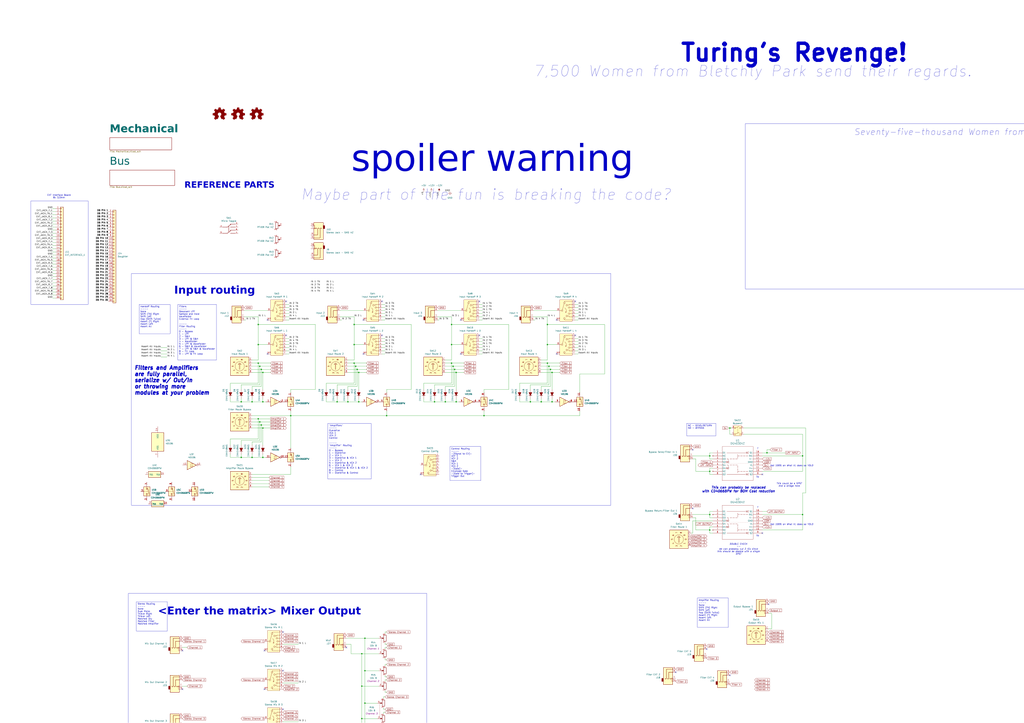
<source format=kicad_sch>
(kicad_sch (version 20231120) (generator "eeschema") (generator_version "8.0")
  (paper "A1")
  (title_block (title "Audio Thing Template") (date "2024-11-13") (rev "1.0") (company "velvia-fifty") (comment 1 "https://github.com/velvia-fifty/AudioThings") (comment 2 "You should have changed this already :)") (comment 4 "Stay humble"))
  (junction (at 453.39 330.2))
  (junction (at 212.09 283.21))
  (junction (at 370.84 298.45))
  (junction (at 290.83 283.21))
  (junction (at 370.84 283.21))
  (junction (at 356.87 330.2))
  (junction (at 659.13 422.91))
  (junction (at 294.64 330.2))
  (junction (at 213.36 346.71))
  (junction (at 215.9 306.07))
  (junction (at 582.93 422.91))
  (junction (at 582.93 435.61))
  (junction (at 374.65 330.2))
  (junction (at 449.58 298.45))
  (junction (at 207.01 330.2))
  (junction (at 435.61 330.2))
  (junction (at 299.72 524.51))
  (junction (at 215.9 375.92))
  (junction (at 450.85 300.99))
  (junction (at 213.36 300.99))
  (junction (at 582.93 387.35))
  (junction (at 215.9 351.79))
  (junction (at 297.18 590.55))
  (junction (at 290.83 298.45))
  (junction (at 659.13 374.65))
  (junction (at 599.44 351.79))
  (junction (at 299.72 551.18))
  (junction (at 198.12 375.92))
  (junction (at 370.84 266.7))
  (junction (at 374.65 306.07))
  (junction (at 292.1 300.99))
  (junction (at 449.58 266.7))
  (junction (at 238.76 341.63))
  (junction (at 214.63 349.25))
  (junction (at 582.93 374.65))
  (junction (at 207.01 375.92))
  (junction (at 373.38 303.53))
  (junction (at 285.75 330.2))
  (junction (at 297.18 537.21))
  (junction (at 449.58 283.21))
  (junction (at 212.09 266.7))
  (junction (at 214.63 303.53))
  (junction (at 290.83 266.7))
  (junction (at 452.12 303.53))
  (junction (at 198.12 330.2))
  (junction (at 299.72 577.85))
  (junction (at 212.09 344.17))
  (junction (at 372.11 300.99))
  (junction (at 276.86 330.2))
  (junction (at 444.5 330.2))
  (junction (at 294.64 306.07))
  (junction (at 215.9 330.2))
  (junction (at 397.51 341.63))
  (junction (at 293.37 303.53))
  (junction (at 629.92 372.11))
  (junction (at 365.76 330.2))
  (junction (at 317.5 341.63))
  (junction (at 297.18 563.88))
  (junction (at 453.39 306.07))
  (junction (at 212.09 298.45))
  (no_connect (at 580.39 533.4))
  (no_connect (at 378.46 290.83))
  (no_connect (at 626.11 389.89))
  (no_connect (at 149.86 629.92))
  (no_connect (at 232.41 582.93))
  (no_connect (at 393.7 275.59))
  (no_connect (at 393.7 247.65))
  (no_connect (at 568.96 369.57))
  (no_connect (at 234.95 275.59))
  (no_connect (at 217.17 534.67))
  (no_connect (at 313.69 275.59))
  (no_connect (at 234.95 247.65))
  (no_connect (at 626.11 438.15))
  (no_connect (at 217.17 598.17))
  (no_connect (at 149.86 598.17))
  (no_connect (at 232.41 519.43))
  (no_connect (at 554.99 552.45))
  (no_connect (at 217.17 566.42))
  (no_connect (at 232.41 551.18))
  (no_connect (at 457.2 262.89))
  (no_connect (at 298.45 290.83))
  (no_connect (at 472.44 247.65))
  (no_connect (at 568.96 417.83))
  (no_connect (at 219.71 290.83))
  (no_connect (at 313.69 247.65))
  (no_connect (at 599.44 554.99))
  (no_connect (at 219.71 262.89))
  (no_connect (at 298.45 262.89))
  (no_connect (at 378.46 262.89))
  (no_connect (at 631.19 496.57))
  (no_connect (at 457.2 290.83))
  (no_connect (at 217.17 629.92))
  (no_connect (at 149.86 566.42))
  (no_connect (at 345.44 389.89))
  (no_connect (at 284.48 532.13))
  (no_connect (at 472.44 275.59))
  (no_connect (at 232.41 614.68))
  (no_connect (at 149.86 534.67))
  (wire (pts (xy 215.9 306.07) (xy 215.9 320.04)))
  (wire (pts (xy 568.96 427.99) (xy 568.96 438.15)))
  (wire (pts (xy 365.76 317.5) (xy 373.38 317.5)))
  (wire (pts (xy 237.49 262.89) (xy 234.95 262.89)))
  (wire (pts (xy 317.5 519.43) (xy 316.23 519.43)))
  (wire (pts (xy 45.72 224.79) (xy 43.18 224.79)))
  (wire (pts (xy 300.99 303.53) (xy 293.37 303.53)))
  (wire (pts (xy 377.19 330.2) (xy 374.65 330.2)))
  (wire (pts (xy 311.15 551.18) (xy 299.72 551.18)))
  (wire (pts (xy 582.93 377.19) (xy 585.47 377.19)))
  (wire (pts (xy 294.64 327.66) (xy 294.64 330.2)))
  (wire (pts (xy 582.93 422.91) (xy 582.93 425.45)))
  (wire (pts (xy 659.13 387.35) (xy 659.13 374.65)))
  (wire (pts (xy 45.72 201.93) (xy 43.18 201.93)))
  (wire (pts (xy 285.75 320.04) (xy 285.75 317.5)))
  (wire (pts (xy 568.96 422.91) (xy 582.93 422.91)))
  (wire (pts (xy 426.72 330.2) (xy 426.72 327.66)))
  (wire (pts (xy 267.97 314.96) (xy 290.83 314.96)))
  (wire (pts (xy 213.36 346.71) (xy 207.01 346.71)))
  (wire (pts (xy 317.5 568.96) (xy 316.23 568.96)))
  (wire (pts (xy 599.44 351.79) (xy 600.71 351.79)))
  (wire (pts (xy 279.4 260.35) (xy 290.83 260.35)))
  (wire (pts (xy 472.44 257.81) (xy 474.98 257.81)))
  (wire (pts (xy 317.5 542.29) (xy 316.23 542.29)))
  (wire (pts (xy 280.67 262.89) (xy 279.4 262.89)))
  (wire (pts (xy 396.24 250.19) (xy 393.7 250.19)))
  (wire (pts (xy 222.25 346.71) (xy 213.36 346.71)))
  (wire (pts (xy 313.69 613.41) (xy 313.69 612.14)))
  (wire (pts (xy 317.5 341.63) (xy 397.51 341.63)))
  (wire (pts (xy 356.87 320.04) (xy 356.87 316.23)))
  (wire (pts (xy 314.96 595.63) (xy 314.96 594.36)))
  (wire (pts (xy 222.25 351.79) (xy 215.9 351.79)))
  (wire (pts (xy 294.64 330.2) (xy 285.75 330.2)))
  (wire (pts (xy 215.9 373.38) (xy 215.9 375.92)))
  (wire (pts (xy 453.39 327.66) (xy 453.39 330.2)))
  (wire (pts (xy 314.96 622.3) (xy 313.69 622.3)))
  (wire (pts (xy 215.9 375.92) (xy 207.01 375.92)))
  (wire (pts (xy 582.93 435.61) (xy 582.93 438.15)))
  (wire (pts (xy 373.38 303.53) (xy 373.38 317.5)))
  (wire (pts (xy 214.63 349.25) (xy 214.63 363.22)))
  (wire (pts (xy 374.65 327.66) (xy 374.65 330.2)))
  (wire (pts (xy 313.69 255.27) (xy 316.23 255.27)))
  (wire (pts (xy 198.12 361.95) (xy 213.36 361.95)))
  (wire (pts (xy 45.72 229.87) (xy 43.18 229.87)))
  (wire (pts (xy 222.25 298.45) (xy 212.09 298.45)))
  (wire (pts (xy 360.68 262.89) (xy 359.41 262.89)))
  (wire (pts (xy 290.83 298.45) (xy 285.75 298.45)))
  (wire (pts (xy 297.18 563.88) (xy 297.18 537.21)))
  (wire (pts (xy 438.15 255.27) (xy 457.2 255.27)))
  (wire (pts (xy 633.73 504.19) (xy 633.73 516.89)))
  (wire (pts (xy 212.09 295.91) (xy 207.01 295.91)))
  (wire (pts (xy 632.46 369.57) (xy 629.92 369.57)))
  (wire (pts (xy 207.01 341.63) (xy 238.76 341.63)))
  (wire (pts (xy 629.92 372.11) (xy 645.16 372.11)))
  (wire (pts (xy 238.76 389.89) (xy 238.76 383.54)))
  (wire (pts (xy 347.98 320.04) (xy 347.98 314.96)))
  (wire (pts (xy 396.24 278.13) (xy 393.7 278.13)))
  (wire (pts (xy 207.01 317.5) (xy 214.63 317.5)))
  (wire (pts (xy 317.5 546.1) (xy 316.23 546.1)))
  (wire (pts (xy 45.72 212.09) (xy 43.18 212.09)))
  (wire (pts (xy 393.7 280.67) (xy 396.24 280.67)))
  (wire (pts (xy 292.1 300.99) (xy 285.75 300.99)))
  (wire (pts (xy 45.72 171.45) (xy 43.18 171.45)))
  (wire (pts (xy 45.72 173.99) (xy 43.18 173.99)))
  (wire (pts (xy 582.93 433.07) (xy 582.93 435.61)))
  (wire (pts (xy 393.7 288.29) (xy 396.24 288.29)))
  (wire (pts (xy 313.69 285.75) (xy 316.23 285.75)))
  (wire (pts (xy 222.25 303.53) (xy 214.63 303.53)))
  (wire (pts (xy 356.87 330.2) (xy 347.98 330.2)))
  (wire (pts (xy 288.29 537.21) (xy 297.18 537.21)))
  (wire (pts (xy 659.13 422.91) (xy 659.13 405.13)))
  (wire (pts (xy 45.72 191.77) (xy 43.18 191.77)))
  (wire (pts (xy 496.57 307.34) (xy 476.25 307.34)))
  (wire (pts (xy 496.57 266.7) (xy 496.57 307.34)))
  (wire (pts (xy 189.23 320.04) (xy 189.23 314.96)))
  (wire (pts (xy 45.72 207.01) (xy 43.18 207.01)))
  (wire (pts (xy 598.17 351.79) (xy 599.44 351.79)))
  (wire (pts (xy 449.58 266.7) (xy 449.58 283.21)))
  (wire (pts (xy 149.86 595.63) (xy 153.67 595.63)))
  (wire (pts (xy 316.23 568.96) (xy 316.23 567.69)))
  (wire (pts (xy 582.93 438.15) (xy 585.47 438.15)))
  (wire (pts (xy 316.23 278.13) (xy 313.69 278.13)))
  (wire (pts (xy 452.12 303.53) (xy 452.12 317.5)))
  (wire (pts (xy 311.15 563.88) (xy 297.18 563.88)))
  (wire (pts (xy 313.69 599.44) (xy 313.69 600.71)))
  (wire (pts (xy 222.25 344.17) (xy 212.09 344.17)))
  (wire (pts (xy 207.01 389.89) (xy 238.76 389.89)))
  (wire (pts (xy 288.29 529.59) (xy 288.29 537.21)))
  (wire (pts (xy 284.48 524.51) (xy 299.72 524.51)))
  (wire (pts (xy 309.88 590.55) (xy 297.18 590.55)))
  (wire (pts (xy 585.47 433.07) (xy 582.93 433.07)))
  (wire (pts (xy 393.7 252.73) (xy 396.24 252.73)))
  (wire (pts (xy 313.69 283.21) (xy 316.23 283.21)))
  (wire (pts (xy 450.85 300.99) (xy 444.5 300.99)))
  (wire (pts (xy 582.93 384.81) (xy 582.93 387.35)))
  (wire (pts (xy 314.96 599.44) (xy 313.69 599.44)))
  (wire (pts (xy 417.83 266.7) (xy 417.83 320.04)))
  (wire (pts (xy 285.75 317.5) (xy 293.37 317.5)))
  (wire (pts (xy 207.01 330.2) (xy 198.12 330.2)))
  (wire (pts (xy 316.23 262.89) (xy 313.69 262.89)))
  (wire (pts (xy 309.88 577.85) (xy 299.72 577.85)))
  (wire (pts (xy 299.72 604.52) (xy 299.72 577.85)))
  (wire (pts (xy 294.64 306.07) (xy 285.75 306.07)))
  (wire (pts (xy 381 303.53) (xy 373.38 303.53)))
  (wire (pts (xy 290.83 260.35) (xy 290.83 266.7)))
  (wire (pts (xy 585.47 420.37) (xy 582.93 420.37)))
  (wire (pts (xy 215.9 351.79) (xy 215.9 365.76)))
  (wire (pts (xy 198.12 373.38) (xy 198.12 375.92)))
  (wire (pts (xy 308.61 604.52) (xy 299.72 604.52)))
  (wire (pts (xy 232.41 561.34) (xy 245.11 561.34)))
  (wire (pts (xy 45.72 196.85) (xy 43.18 196.85)))
  (wire (pts (xy 238.76 341.63) (xy 238.76 337.82)))
  (wire (pts (xy 610.87 351.79) (xy 661.67 351.79)))
  (wire (pts (xy 212.09 283.21) (xy 212.09 295.91)))
  (wire (pts (xy 449.58 314.96) (xy 449.58 298.45)))
  (wire (pts (xy 313.69 280.67) (xy 316.23 280.67)))
  (wire (pts (xy 213.36 316.23) (xy 213.36 300.99)))
  (wire (pts (xy 449.58 298.45) (xy 444.5 298.45)))
  (wire (pts (xy 290.83 283.21) (xy 298.45 283.21)))
  (wire (pts (xy 476.25 341.63) (xy 476.25 337.82)))
  (wire (pts (xy 276.86 320.04) (xy 276.86 316.23)))
  (wire (pts (xy 626.11 420.37) (xy 629.92 420.37)))
  (wire (pts (xy 316.23 290.83) (xy 313.69 290.83)))
  (wire (pts (xy 582.93 387.35) (xy 582.93 389.89)))
  (wire (pts (xy 207.01 375.92) (xy 198.12 375.92)))
  (wire (pts (xy 149.86 532.13) (xy 153.67 532.13)))
  (wire (pts (xy 585.47 427.99) (xy 568.96 427.99)))
  (wire (pts (xy 571.5 387.35) (xy 582.93 387.35)))
  (wire (pts (xy 45.72 179.07) (xy 43.18 179.07)))
  (wire (pts (xy 396.24 290.83) (xy 393.7 290.83)))
  (wire (pts (xy 214.63 349.25) (xy 207.01 349.25)))
  (wire (pts (xy 373.38 303.53) (xy 365.76 303.53)))
  (wire (pts (xy 459.74 306.07) (xy 453.39 306.07)))
  (wire (pts (xy 316.23 529.59) (xy 316.23 528.32)))
  (wire (pts (xy 585.47 384.81) (xy 582.93 384.81)))
  (wire (pts (xy 316.23 533.4) (xy 316.23 532.13)))
  (wire (pts (xy 218.44 330.2) (xy 215.9 330.2)))
  (wire (pts (xy 293.37 303.53) (xy 293.37 317.5)))
  (wire (pts (xy 207.01 327.66) (xy 207.01 330.2)))
  (wire (pts (xy 300.99 306.07) (xy 294.64 306.07)))
  (wire (pts (xy 215.9 351.79) (xy 207.01 351.79)))
  (wire (pts (xy 276.86 327.66) (xy 276.86 330.2)))
  (wire (pts (xy 45.72 194.31) (xy 43.18 194.31)))
  (wire (pts (xy 45.72 199.39) (xy 43.18 199.39)))
  (wire (pts (xy 397.51 341.63) (xy 476.25 341.63)))
  (wire (pts (xy 218.44 375.92) (xy 215.9 375.92)))
  (wire (pts (xy 212.09 360.68) (xy 212.09 344.17)))
  (wire (pts (xy 215.9 330.2) (xy 207.01 330.2)))
  (wire (pts (xy 299.72 577.85) (xy 299.72 551.18)))
  (wire (pts (xy 290.83 295.91) (xy 285.75 295.91)))
  (wire (pts (xy 293.37 303.53) (xy 285.75 303.53)))
  (wire (pts (xy 189.23 375.92) (xy 189.23 373.38)))
  (wire (pts (xy 316.23 595.63) (xy 314.96 595.63)))
  (wire (pts (xy 313.69 622.3) (xy 313.69 621.03)))
  (wire (pts (xy 393.7 285.75) (xy 396.24 285.75)))
  (wire (pts (xy 452.12 303.53) (xy 444.5 303.53)))
  (wire (pts (xy 313.69 612.14) (xy 314.96 612.14)))
  (wire (pts (xy 45.72 189.23) (xy 43.18 189.23)))
  (wire (pts (xy 234.95 257.81) (xy 237.49 257.81)))
  (wire (pts (xy 374.65 306.07) (xy 374.65 320.04)))
  (wire (pts (xy 45.72 181.61) (xy 43.18 181.61)))
  (wire (pts (xy 234.95 288.29) (xy 237.49 288.29)))
  (wire (pts (xy 661.67 351.79) (xy 661.67 405.13)))
  (wire (pts (xy 472.44 260.35) (xy 474.98 260.35)))
  (wire (pts (xy 232.41 624.84) (xy 245.11 624.84)))
  (wire (pts (xy 232.41 593.09) (xy 245.11 593.09)))
  (wire (pts (xy 316.23 556.26) (xy 316.23 554.99)))
  (wire (pts (xy 453.39 306.07) (xy 444.5 306.07)))
  (wire (pts (xy 198.12 320.04) (xy 198.12 316.23)))
  (wire (pts (xy 356.87 327.66) (xy 356.87 330.2)))
  (wire (pts (xy 290.83 266.7) (xy 290.83 283.21)))
  (wire (pts (xy 459.74 298.45) (xy 449.58 298.45)))
  (wire (pts (xy 149.86 563.88) (xy 153.67 563.88)))
  (wire (pts (xy 444.5 327.66) (xy 444.5 330.2)))
  (wire (pts (xy 45.72 176.53) (xy 43.18 176.53)))
  (wire (pts (xy 45.72 204.47) (xy 43.18 204.47)))
  (wire (pts (xy 381 298.45) (xy 370.84 298.45)))
  (wire (pts (xy 45.72 245.11) (xy 43.18 245.11)))
  (wire (pts (xy 314.96 585.47) (xy 316.23 585.47)))
  (wire (pts (xy 132.08 290.83) (xy 137.16 290.83)))
  (wire (pts (xy 132.08 285.75) (xy 137.16 285.75)))
  (wire (pts (xy 417.83 320.04) (xy 397.51 320.04)))
  (wire (pts (xy 45.72 222.25) (xy 43.18 222.25)))
  (wire (pts (xy 276.86 316.23) (xy 292.1 316.23)))
  (wire (pts (xy 232.41 529.59) (xy 245.11 529.59)))
  (wire (pts (xy 297.18 590.55) (xy 297.18 563.88)))
  (wire (pts (xy 189.23 360.68) (xy 212.09 360.68)))
  (wire (pts (xy 359.41 255.27) (xy 378.46 255.27)))
  (wire (pts (xy 297.18 537.21) (xy 311.15 537.21)))
  (wire (pts (xy 317.5 320.04) (xy 317.5 322.58)))
  (wire (pts (xy 374.65 306.07) (xy 365.76 306.07)))
  (wire (pts (xy 474.98 262.89) (xy 472.44 262.89)))
  (wire (pts (xy 629.92 369.57) (xy 629.92 372.11)))
  (wire (pts (xy 393.7 257.81) (xy 396.24 257.81)))
  (wire (pts (xy 215.9 327.66) (xy 215.9 330.2)))
  (wire (pts (xy 449.58 260.35) (xy 449.58 266.7)))
  (wire (pts (xy 316.23 546.1) (xy 316.23 547.37)))
  (wire (pts (xy 444.5 320.04) (xy 444.5 317.5)))
  (wire (pts (xy 356.87 316.23) (xy 372.11 316.23)))
  (wire (pts (xy 189.23 365.76) (xy 189.23 360.68)))
  (wire (pts (xy 396.24 262.89) (xy 393.7 262.89)))
  (wire (pts (xy 374.65 330.2) (xy 365.76 330.2)))
  (wire (pts (xy 259.08 266.7) (xy 259.08 320.04)))
  (wire (pts (xy 571.5 435.61) (xy 582.93 435.61)))
  (wire (pts (xy 317.5 341.63) (xy 317.5 337.82)))
  (wire (pts (xy 214.63 303.53) (xy 214.63 317.5)))
  (wire (pts (xy 626.11 372.11) (xy 629.92 372.11)))
  (wire (pts (xy 212.09 266.7) (xy 212.09 283.21)))
  (wire (pts (xy 276.86 330.2) (xy 267.97 330.2)))
  (wire (pts (xy 582.93 420.37) (xy 582.93 422.91)))
  (wire (pts (xy 45.72 219.71) (xy 43.18 219.71)))
  (wire (pts (xy 45.72 214.63) (xy 43.18 214.63)))
  (wire (pts (xy 222.25 300.99) (xy 213.36 300.99)))
  (wire (pts (xy 299.72 524.51) (xy 311.15 524.51)))
  (wire (pts (xy 316.23 250.19) (xy 313.69 250.19)))
  (wire (pts (xy 45.72 184.15) (xy 43.18 184.15)))
  (wire (pts (xy 370.84 266.7) (xy 370.84 283.21)))
  (wire (pts (xy 234.95 285.75) (xy 237.49 285.75)))
  (wire (pts (xy 365.76 320.04) (xy 365.76 317.5)))
  (wire (pts (xy 472.44 280.67) (xy 474.98 280.67)))
  (wire (pts (xy 285.75 330.2) (xy 276.86 330.2)))
  (wire (pts (xy 45.72 237.49) (xy 43.18 237.49)))
  (wire (pts (xy 582.93 372.11) (xy 582.93 374.65)))
  (wire (pts (xy 212.09 283.21) (xy 219.71 283.21)))
  (wire (pts (xy 294.64 306.07) (xy 294.64 320.04)))
  (wire (pts (xy 316.23 532.13) (xy 317.5 532.13)))
  (wire (pts (xy 285.75 327.66) (xy 285.75 330.2)))
  (wire (pts (xy 459.74 300.99) (xy 450.85 300.99)))
  (wire (pts (xy 297.18 617.22) (xy 297.18 590.55)))
  (wire (pts (xy 449.58 295.91) (xy 444.5 295.91)))
  (wire (pts (xy 207.01 373.38) (xy 207.01 375.92)))
  (wire (pts (xy 316.23 542.29) (xy 316.23 541.02)))
  (wire (pts (xy 279.4 255.27) (xy 298.45 255.27)))
  (wire (pts (xy 455.93 330.2) (xy 453.39 330.2)))
  (wire (pts (xy 370.84 260.35) (xy 370.84 266.7)))
  (wire (pts (xy 370.84 266.7) (xy 417.83 266.7)))
  (wire (pts (xy 449.58 283.21) (xy 457.2 283.21)))
  (wire (pts (xy 308.61 617.22) (xy 297.18 617.22)))
  (wire (pts (xy 314.96 586.74) (xy 314.96 585.47)))
  (wire (pts (xy 214.63 303.53) (xy 207.01 303.53)))
  (wire (pts (xy 397.51 320.04) (xy 397.51 322.58)))
  (wire (pts (xy 300.99 300.99) (xy 292.1 300.99)))
  (wire (pts (xy 472.44 252.73) (xy 474.98 252.73)))
  (wire (pts (xy 599.44 356.87) (xy 599.44 351.79)))
  (wire (pts (xy 582.93 389.89) (xy 585.47 389.89)))
  (wire (pts (xy 582.93 374.65) (xy 582.93 377.19)))
  (wire (pts (xy 435.61 327.66) (xy 435.61 330.2)))
  (wire (pts (xy 317.5 529.59) (xy 316.23 529.59)))
  (wire (pts (xy 626.11 435.61) (xy 659.13 435.61)))
  (wire (pts (xy 571.5 377.19) (xy 571.5 387.35)))
  (wire (pts (xy 212.09 260.35) (xy 212.09 266.7)))
  (wire (pts (xy 568.96 374.65) (xy 582.93 374.65)))
  (wire (pts (xy 45.72 209.55) (xy 43.18 209.55)))
  (wire (pts (xy 393.7 255.27) (xy 396.24 255.27)))
  (wire (pts (xy 626.11 422.91) (xy 659.13 422.91)))
  (wire (pts (xy 365.76 330.2) (xy 356.87 330.2)))
  (wire (pts (xy 284.48 529.59) (xy 288.29 529.59)))
  (wire (pts (xy 568.96 438.15) (xy 567.69 438.15)))
  (wire (pts (xy 365.76 327.66) (xy 365.76 330.2)))
  (wire (pts (xy 198.12 375.92) (xy 189.23 375.92)))
  (wire (pts (xy 582.93 425.45) (xy 585.47 425.45)))
  (wire (pts (xy 435.61 320.04) (xy 435.61 316.23)))
  (wire (pts (xy 568.96 377.19) (xy 571.5 377.19)))
  (wire (pts (xy 45.72 240.03) (xy 43.18 240.03)))
  (wire (pts (xy 45.72 242.57) (xy 43.18 242.57)))
  (wire (pts (xy 198.12 327.66) (xy 198.12 330.2)))
  (wire (pts (xy 438.15 260.35) (xy 449.58 260.35)))
  (wire (pts (xy 314.96 609.6) (xy 313.69 609.6)))
  (wire (pts (xy 633.73 516.89) (xy 631.19 516.89)))
  (wire (pts (xy 237.49 250.19) (xy 234.95 250.19)))
  (wire (pts (xy 474.98 278.13) (xy 472.44 278.13)))
  (wire (pts (xy 439.42 262.89) (xy 438.15 262.89)))
  (wire (pts (xy 198.12 330.2) (xy 189.23 330.2)))
  (wire (pts (xy 444.5 330.2) (xy 435.61 330.2)))
  (wire (pts (xy 370.84 298.45) (xy 365.76 298.45)))
  (wire (pts (xy 45.72 234.95) (xy 43.18 234.95)))
  (wire (pts (xy 370.84 283.21) (xy 370.84 295.91)))
  (wire (pts (xy 267.97 320.04) (xy 267.97 314.96)))
  (wire (pts (xy 397.51 341.63) (xy 397.51 337.82)))
  (wire (pts (xy 370.84 283.21) (xy 378.46 283.21)))
  (wire (pts (xy 450.85 316.23) (xy 450.85 300.99)))
  (wire (pts (xy 234.95 252.73) (xy 237.49 252.73)))
  (wire (pts (xy 313.69 257.81) (xy 316.23 257.81)))
  (wire (pts (xy 259.08 320.04) (xy 238.76 320.04)))
  (wire (pts (xy 237.49 278.13) (xy 234.95 278.13)))
  (wire (pts (xy 220.98 394.97) (xy 207.01 394.97)))
  (wire (pts (xy 198.12 365.76) (xy 198.12 361.95)))
  (wire (pts (xy 290.83 283.21) (xy 290.83 295.91)))
  (wire (pts (xy 297.18 330.2) (xy 294.64 330.2)))
  (wire (pts (xy 234.95 283.21) (xy 237.49 283.21)))
  (wire (pts (xy 459.74 303.53) (xy 452.12 303.53)))
  (wire (pts (xy 222.25 306.07) (xy 215.9 306.07)))
  (wire (pts (xy 45.72 217.17) (xy 43.18 217.17)))
  (wire (pts (xy 45.72 186.69) (xy 43.18 186.69)))
  (wire (pts (xy 45.72 227.33) (xy 43.18 227.33)))
  (wire (pts (xy 234.95 260.35) (xy 237.49 260.35)))
  (wire (pts (xy 238.76 341.63) (xy 317.5 341.63)))
  (wire (pts (xy 435.61 316.23) (xy 450.85 316.23)))
  (wire (pts (xy 316.23 582.93) (xy 314.96 582.93)))
  (wire (pts (xy 213.36 361.95) (xy 213.36 346.71)))
  (wire (pts (xy 314.96 572.77) (xy 314.96 574.04)))
  (wire (pts (xy 313.69 260.35) (xy 316.23 260.35)))
  (wire (pts (xy 207.01 320.04) (xy 207.01 317.5)))
  (wire (pts (xy 220.98 397.51) (xy 207.01 397.51)))
  (wire (pts (xy 238.76 320.04) (xy 238.76 322.58)))
  (wire (pts (xy 213.36 300.99) (xy 207.01 300.99)))
  (wire (pts (xy 267.97 330.2) (xy 267.97 327.66)))
  (wire (pts (xy 45.72 232.41) (xy 43.18 232.41)))
  (wire (pts (xy 212.09 266.7) (xy 259.08 266.7)))
  (wire (pts (xy 290.83 266.7) (xy 337.82 266.7)))
  (wire (pts (xy 426.72 320.04) (xy 426.72 314.96)))
  (wire (pts (xy 610.87 356.87) (xy 659.13 356.87)))
  (wire (pts (xy 474.98 250.19) (xy 472.44 250.19)))
  (wire (pts (xy 313.69 288.29) (xy 316.23 288.29)))
  (wire (pts (xy 316.23 519.43) (xy 316.23 520.7)))
  (wire (pts (xy 453.39 330.2) (xy 444.5 330.2)))
  (wire (pts (xy 393.7 283.21) (xy 396.24 283.21)))
  (wire (pts (xy 347.98 330.2) (xy 347.98 327.66)))
  (wire (pts (xy 215.9 306.07) (xy 207.01 306.07)))
  (wire (pts (xy 212.09 344.17) (xy 207.01 344.17)))
  (wire (pts (xy 212.09 314.96) (xy 212.09 298.45)))
  (wire (pts (xy 600.71 356.87) (xy 599.44 356.87)))
  (wire (pts (xy 132.08 288.29) (xy 137.16 288.29)))
  (wire (pts (xy 292.1 316.23) (xy 292.1 300.99)))
  (wire (pts (xy 659.13 435.61) (xy 659.13 422.91)))
  (wire (pts (xy 571.5 425.45) (xy 571.5 435.61)))
  (wire (pts (xy 472.44 283.21) (xy 474.98 283.21)))
  (wire (pts (xy 299.72 551.18) (xy 299.72 524.51)))
  (wire (pts (xy 314.96 582.93) (xy 314.96 581.66)))
  (wire (pts (xy 435.61 330.2) (xy 426.72 330.2)))
  (wire (pts (xy 631.19 504.19) (xy 633.73 504.19)))
  (wire (pts (xy 585.47 372.11) (xy 582.93 372.11)))
  (wire (pts (xy 381 300.99) (xy 372.11 300.99)))
  (wire (pts (xy 300.99 298.45) (xy 290.83 298.45)))
  (wire (pts (xy 370.84 295.91) (xy 365.76 295.91)))
  (wire (pts (xy 568.96 425.45) (xy 571.5 425.45)))
  (wire (pts (xy 238.76 341.63) (xy 238.76 368.3)))
  (wire (pts (xy 189.23 330.2) (xy 189.23 327.66)))
  (wire (pts (xy 472.44 255.27) (xy 474.98 255.27)))
  (wire (pts (xy 201.93 262.89) (xy 200.66 262.89)))
  (wire (pts (xy 372.11 316.23) (xy 372.11 300.99)))
  (wire (pts (xy 207.01 365.76) (xy 207.01 363.22)))
  (wire (pts (xy 200.66 255.27) (xy 219.71 255.27)))
  (wire (pts (xy 426.72 314.96) (xy 449.58 314.96)))
  (wire (pts (xy 659.13 374.65) (xy 659.13 356.87)))
  (wire (pts (xy 237.49 290.83) (xy 234.95 290.83)))
  (wire (pts (xy 316.23 558.8) (xy 317.5 558.8)))
  (wire (pts (xy 234.95 280.67) (xy 237.49 280.67)))
  (wire (pts (xy 132.08 293.37) (xy 137.16 293.37)))
  (wire (pts (xy 337.82 266.7) (xy 337.82 320.04)))
  (wire (pts (xy 449.58 283.21) (xy 449.58 295.91)))
  (wire (pts (xy 200.66 260.35) (xy 212.09 260.35)))
  (wire (pts (xy 317.5 556.26) (xy 316.23 556.26)))
  (wire (pts (xy 444.5 317.5) (xy 452.12 317.5)))
  (wire (pts (xy 313.69 252.73) (xy 316.23 252.73)))
  (wire (pts (xy 472.44 288.29) (xy 474.98 288.29)))
  (wire (pts (xy 381 306.07) (xy 374.65 306.07)))
  (wire (pts (xy 393.7 260.35) (xy 396.24 260.35)))
  (wire (pts (xy 337.82 320.04) (xy 317.5 320.04)))
  (wire (pts (xy 149.86 627.38) (xy 153.67 627.38)))
  (wire (pts (xy 472.44 285.75) (xy 474.98 285.75)))
  (wire (pts (xy 476.25 307.34) (xy 476.25 322.58)))
  (wire (pts (xy 449.58 266.7) (xy 496.57 266.7)))
  (wire (pts (xy 290.83 314.96) (xy 290.83 298.45)))
  (wire (pts (xy 474.98 290.83) (xy 472.44 290.83)))
  (wire (pts (xy 234.95 255.27) (xy 237.49 255.27)))
  (wire (pts (xy 220.98 400.05) (xy 207.01 400.05)))
  (wire (pts (xy 189.23 314.96) (xy 212.09 314.96)))
  (wire (pts (xy 198.12 316.23) (xy 213.36 316.23)))
  (wire (pts (xy 347.98 314.96) (xy 370.84 314.96)))
  (wire (pts (xy 626.11 387.35) (xy 659.13 387.35)))
  (wire (pts (xy 453.39 306.07) (xy 453.39 320.04)))
  (wire (pts (xy 313.69 609.6) (xy 313.69 608.33)))
  (wire (pts (xy 212.09 298.45) (xy 207.01 298.45)))
  (wire (pts (xy 359.41 260.35) (xy 370.84 260.35)))
  (wire (pts (xy 661.67 405.13) (xy 659.13 405.13)))
  (wire (pts (xy 220.98 392.43) (xy 207.01 392.43)))
  (wire (pts (xy 626.11 374.65) (xy 659.13 374.65)))
  (wire (pts (xy 316.23 572.77) (xy 314.96 572.77)))
  (wire (pts (xy 316.23 560.07) (xy 316.23 558.8)))
  (wire (pts (xy 372.11 300.99) (xy 365.76 300.99)))
  (wire (pts (xy 207.01 363.22) (xy 214.63 363.22)))
  (wire (pts (xy 370.84 314.96) (xy 370.84 298.45)))
  (wire (pts (xy 222.25 349.25) (xy 214.63 349.25)))
  (rectangle (start 105.41 487.68) (end 350.52 643.89))
  (rectangle (start 25.4 165.1) (end 72.39 250.19))
  (rectangle (start 107.95 224.79) (end 501.65 415.29))
  (text_box "Seventy-five-thousand Women from Bletchly Park send their regards\nthoughts\nprayers\ncondolances" (at 612.14 101.6 0) (size 364.49 135.89) (effects (font (size 5.08 5.08) (italic yes)) (justify right top)))
  (text_box "Stereo Routing\n----\nNone\nDual Mono\nThieve Right\nThieve Left\nMatched Dry\nMatched Filter\nMatched Amplifier" (at 112.014 494.538 0) (size 25.4 24.13) (effects (font (size 1.27 1.27)) (justify left top)))
  (text_box "Filters\n----\nResonant LPF\nSample and Hold\nWavefolder\nExternal FX Loop\n\n----\nFilter Routing\n----\n0 - Bypass\n1 - LPF\n2 - S&H\n3 - LPF & S&H\n4 - Wavefolder\n5 - LPF & Wavefolder\n6 - S&H & Wavefolder\n7 - LPF & S&H & Wavefolder\n8 - FX Loop\n9 - LPF & FX Loop" (at 146.05 250.19 0) (size 31.75 45.72) (effects (font (size 1.27 1.27)) (justify left top)))
  (text_box "NC - SEND/RETURN\nNO - BYPASS" (at 563.88 347.98 0) (size 24.13 10.16) (effects (font (size 1.27 1.27) (italic yes)) (justify left top)))
  (text_box "\"Amplifiers\"\n----\nOverdrive\nVCA 1\nVCA 2\nControl\n\n----\n\"Amplifier\" Routing\n----\n0 - Bypass\n1 - Overdrive\n2 - VCA 1\n3 - Overdrive & VCA 1\n4 - VCA 2\n5 - Overdrive & VCA 2\n6 - VCA 1 & VCA 2\n7 - Overdrive & VCA 1 & VCA 2\n8 - Control\n9 - Overdrive & Control" (at 269.24 347.98 0) (size 35.56 45.72) (effects (font (size 1.27 1.27)) (justify left top)))
  (text_box "Handoff Routing\n----\nNone\nShift (TN) Right\nShift Left\nHop (Shift Twice)\nAssert (T) Right\nAssert Left\nAssert All" (at 114.3 250.19 0) (size 25.4 24.13) (effects (font (size 1.27 1.27)) (justify left top)))
  (text_box "Control Routing\n----\n-[Signal to CV]-\nVCF 1\nVCF 2\nS&H\nVCA 1\nVCA 2\n-[Gate]-\nEnvelope Gate\n-[Gate to Trigger]-\nTrigger Out\n" (at 369.57 367.03 0) (size 25.4 27.94) (effects (font (size 1.27 1.27)) (justify left top)))
  (text_box "Amplifier Routing\n----\nNone\nShift (TN) Right\nShift Left\nHop (Shift Twice)\nAssert (T) Right\nAssert Left\nAssert All" (at 572.77 491.49 0) (size 25.4 24.13) (effects (font (size 1.27 1.27)) (justify left top)))
  (text "TN" (at 622.046 440.436 0) (effects (font (size 1.27 1.27) (thickness 0.1588) (italic yes))))
  (text "TN" (at 622.046 392.176 0) (effects (font (size 1.27 1.27) (thickness 0.1588) (italic yes))))
  (text "spoiler warning" (at 404.368 137.16 0) (effects (font (size 21.59 21.59))))
  (text "This can probably be replaced\nwith CD4066BPW for BOM Cost reduction" (at 606.552 402.336 0) (effects (font (size 1.905 1.905) (thickness 0.381) (bold yes) (italic yes))))
  (text "T\n" (at 622.3 417.068 0) (effects (font (size 1.27 1.27) (italic yes))))
  (text "<Enter the matrix> Mixer Output" (at 213.106 504.19 0) (effects (font (size 6.35 6.35) (thickness 1.016) (bold yes))))
  (text "Maybe part of the fun is breaking the code?" (at 399.288 160.02 0) (effects (font (size 8.89 8.89) (italic yes))))
  (text "Not 100% on What VL does so YOLO" (at 650.24 431.038 0) (effects (font (size 1.27 1.27) (italic yes))))
  (text "This could be a SPST\nAnd a bridge here" (at 648.208 398.526 0) (effects (font (size 1.27 1.27) (italic yes))))
  (text "Filters and Amplifiers\nare fully parallel,\nserialize w/ Out/In\nor throwing more\nmodules at your problem" (at 110.236 312.674 0) (effects (font (size 3.175 3.175) (thickness 0.762) (bold yes) (italic yes)) (justify left)))
  (text "REFERENCE PARTS" (at 188.468 153.67 0) (effects (font (size 5.08 5.08) (thickness 1.016) (bold yes))))
  (text "T\n" (at 622.3 368.808 0) (effects (font (size 1.27 1.27) (italic yes))))
  (text "7,500 Women from Bletchly Park send their regards." (at 618.236 58.674 0) (effects (font (size 8.89 8.89) (italic yes))))
  (text "Not 100% on What VL does so YOLO" (at 650.24 382.778 0) (effects (font (size 1.27 1.27) (italic yes))))
  (text "EXT Interface Board\n8x 3.5mm" (at 48.514 161.544 0) (effects (font (size 1.27 1.27))))
  (text "Turing's Revenge!" (at 652.272 43.434 0) (effects (font (size 13.97 13.97) (thickness 2.794) (bold yes))))
  (text "DOUBLE CHECK\n--\nWe can probably cut 2 ICs since\nthis should be doable with a single\nDPST" (at 606.552 451.358 0) (effects (font (size 1.27 1.27) (italic yes))))
  (text "Input routing" (at 176.276 240.538 0) (effects (font (size 6.35 6.35) (thickness 1.016) (bold yes))))
  (label "+5" (at 347.98 157.48 270))
  (label "EXT_JACK_TN_1" (at 43.18 176.53 180))
  (label "Assert All Inputs" (at 316.23 262.89 0))
  (label "GND" (at 43.18 207.01 180))
  (label "IN 2 TN" (at 396.24 280.67 0))
  (label "Assert All Inputs" (at 132.08 293.37 180))
  (label "EXT_JACK_T_4" (at 43.18 199.39 180))
  (label "IN 2 TN" (at 255.27 234.95 0))
  (label "IN 3 TN" (at 237.49 255.27 0))
  (label "GND" (at 43.18 171.45 180))
  (label "DB PIN 8" (at 88.9 191.77 180) (effects (font (thickness 0.254) (bold yes))))
  (label "IN 3 L" (at 474.98 288.29 0))
  (label "IN 1 L" (at 474.98 257.81 0))
  (label "DB PIN 28" (at 88.9 242.57 180) (effects (font (thickness 0.254) (bold yes))))
  (label "IN 2 L" (at 396.24 260.35 0))
  (label "DB PIN 20" (at 88.9 222.25 180) (effects (font (thickness 0.254) (bold yes))))
  (label "DB PIN 11" (at 88.9 199.39 180) (effects (font (thickness 0.254) (bold yes))))
  (label "IN 1 TN" (at 255.27 232.41 0))
  (label "IN 1 L" (at 245.11 529.59 0))
  (label "IN 1 L" (at 316.23 260.35 0))
  (label "EXT_JACK_T_3" (at 43.18 191.77 180))
  (label "GND" (at 43.18 189.23 180))
  (label "EXT_JACK_TN_4" (at 43.18 201.93 180))
  (label "DB PIN 14" (at 88.9 207.01 180) (effects (font (thickness 0.254) (bold yes))))
  (label "IN 1 L" (at 267.97 232.41 0))
  (label "DB PIN 24" (at 88.9 232.41 180) (effects (font (thickness 0.254) (bold yes))))
  (label "EXT_JACK_R_3" (at 43.18 196.85 180))
  (label "IN 1 TN" (at 316.23 280.67 0))
  (label "IN 3 TN" (at 237.49 283.21 0))
  (label "Assert All Inputs" (at 474.98 290.83 0))
  (label "IN 3 TN" (at 255.27 237.49 0))
  (label "DB PIN 3" (at 88.9 179.07 180) (effects (font (thickness 0.254) (bold yes))))
  (label "DB PIN 13" (at 88.9 204.47 180) (effects (font (thickness 0.254) (bold yes))))
  (label "IN 2 TN" (at 237.49 278.13 0))
  (label "IN 2 TN" (at 474.98 283.21 0))
  (label "IN 4 TN" (at 439.42 262.89 0))
  (label "-12v" (at 360.68 157.48 270))
  (label "IN 3 TN" (at 316.23 250.19 0))
  (label "IN 2 TN" (at 396.24 252.73 0))
  (label "DB PIN 18" (at 88.9 217.17 180) (effects (font (thickness 0.254) (bold yes))))
  (label "IN 2 L" (at 245.11 561.34 0))
  (label "EXT_JACK_R_2" (at 43.18 186.69 180))
  (label "EXT_JACK_R_8" (at 43.18 242.57 180))
  (label "IN 2 L" (at 290.83 260.35 0))
  (label "GND" (at 369.57 157.48 180))
  (label "IN 4 TN" (at 237.49 280.67 0))
  (label "IN 3 TN" (at 360.68 262.89 0))
  (label "EXT_JACK_T_2" (at 43.18 181.61 180))
  (label "Assert All Inputs" (at 132.08 288.29 180))
  (label "GND" (at 43.18 227.33 180))
  (label "EXT_JACK_T_5" (at 43.18 212.09 180))
  (label "IN 3 L" (at 316.23 257.81 0))
  (label "EXT_JACK_TN_7" (at 43.18 232.41 180))
  (label "IN 4 L" (at 237.49 260.35 0))
  (label "Assert All Inputs" (at 396.24 262.89 0))
  (label "DB PIN 10" (at 88.9 196.85 180) (effects (font (thickness 0.254) (bold yes))))
  (label "IN 1 TN" (at 474.98 278.13 0))
  (label "IN 3 L" (at 316.23 285.75 0))
  (label "IN 3 L" (at 370.84 260.35 0))
  (label "IN 3 L" (at 137.16 290.83 0))
  (label "IN 4 L" (at 245.11 624.84 0))
  (label "DB PIN 30" (at 88.9 247.65 180) (effects (font (thickness 0.254) (bold yes))))
  (label "IN 2 L" (at 237.49 257.81 0))
  (label "EXT_JACK_TN_5" (at 43.18 214.63 180))
  (label "IN 4 TN" (at 396.24 278.13 0))
  (label "EXT_JACK_TN_2" (at 43.18 184.15 180))
  (label "EXT_JACK_TN_8" (at 43.18 240.03 180))
  (label "IN 4 TN" (at 255.27 240.03 0))
  (label "EXT_JACK_R_7" (at 43.18 234.95 180))
  (label "IN 1 L" (at 137.16 285.75 0))
  (label "IN 2 L" (at 267.97 234.95 0))
  (label "DB PIN 7" (at 88.9 189.23 180) (effects (font (thickness 0.254) (bold yes))))
  (label "DB PIN 9" (at 88.9 194.31 180) (effects (font (thickness 0.254) (bold yes))))
  (label "EXT_JACK_R_4" (at 43.18 204.47 180))
  (label "DB PIN 1" (at 88.9 173.99 180) (effects (font (thickness 0.254) (bold yes))))
  (label "IN 4 L" (at 396.24 257.81 0))
  (label "IN 1 L" (at 474.98 285.75 0))
  (label "IN 3 TN" (at 474.98 280.67 0))
  (label "Assert All Inputs" (at 316.23 290.83 0))
  (label "DB PIN 2" (at 88.9 176.53 180) (effects (font (thickness 0.254) (bold yes))))
  (label "GND" (at 43.18 209.55 180))
  (label "GND" (at 43.18 245.11 180))
  (label "IN 3 L" (at 245.11 593.09 0))
  (label "DB PIN 15" (at 88.9 209.55 180) (effects (font (thickness 0.254) (bold yes))))
  (label "DB PIN 19" (at 88.9 219.71 180) (effects (font (thickness 0.254) (bold yes))))
  (label "IN 4 L" (at 237.49 288.29 0))
  (label "IN 4 L" (at 396.24 285.75 0))
  (label "Assert All Inputs" (at 237.49 262.89 0))
  (label "EXT_JACK_TN_6" (at 43.18 222.25 180))
  (label "IN 2 L" (at 396.24 288.29 0))
  (label "IN 1 TN" (at 201.93 262.89 0))
  (label "IN 4 TN" (at 237.49 252.73 0))
  (label "DB PIN 21" (at 88.9 224.79 180) (effects (font (thickness 0.254) (bold yes))))
  (label "DB PIN 4" (at 88.9 181.61 180) (effects (font (thickness 0.254) (bold yes))))
  (label "DB PIN 25" (at 88.9 234.95 180) (effects (font (thickness 0.254) (bold yes))))
  (label "DB PIN 12" (at 88.9 201.93 180) (effects (font (thickness 0.254) (bold yes))))
  (label "IN 1 L" (at 316.23 288.29 0))
  (label "IN 4 TN" (at 316.23 283.21 0))
  (label "IN 2 TN" (at 280.67 262.89 0))
  (label "DB PIN 29" (at 88.9 245.11 180) (effects (font (thickness 0.254) (bold yes))))
  (label "Assert All Inputs" (at 474.98 262.89 0))
  (label "Assert All Inputs" (at 396.24 290.83 0))
  (label "DB PIN 22" (at 88.9 227.33 180) (effects (font (thickness 0.254) (bold yes))))
  (label "EXT_JACK_R_1" (at 43.18 179.07 180))
  (label "IN 4 TN" (at 316.23 255.27 0))
  (label "EXT_JACK_R_6" (at 43.18 224.79 180))
  (label "IN 3 L" (at 474.98 260.35 0))
  (label "EXT_JACK_T_6" (at 43.18 219.71 180))
  (label "DB PIN 6" (at 88.9 186.69 180) (effects (font (thickness 0.254) (bold yes))))
  (label "IN 1 L" (at 212.09 260.35 0))
  (label "IN 2 TN" (at 474.98 255.27 0))
  (label "IN 3 L" (at 267.97 237.49 0))
  (label "IN 2 TN" (at 237.49 250.19 0))
  (label "IN 1 TN" (at 316.23 252.73 0))
  (label "IN 4 L" (at 137.16 293.37 0))
  (label "Assert All Inputs" (at 237.49 290.83 0))
  (label "IN 1 TN" (at 396.24 255.27 0))
  (label "EXT_JACK_TN_3" (at 43.18 194.31 180))
  (label "+12v" (at 354.33 157.48 270))
  (label "DB PIN 16" (at 88.9 212.09 180) (effects (font (thickness 0.254) (bold yes))))
  (label "IN 1 TN" (at 474.98 250.19 0))
  (label "IN 3 TN" (at 316.23 278.13 0))
  (label "IN 3 TN" (at 474.98 252.73 0))
  (label "IN 4 L" (at 449.58 260.35 0))
  (label "DB PIN 23" (at 88.9 229.87 180) (effects (font (thickness 0.254) (bold yes))))
  (label "IN 2 L" (at 237.49 285.75 0))
  (label "EXT_JACK_T_8" (at 43.18 237.49 180))
  (label "Assert All Inputs" (at 132.08 285.75 180))
  (label "EXT_JACK_T_1" (at 43.18 173.99 180))
  (label "EXT_JACK_R_5" (at 43.18 217.17 180))
  (label "IN 4 TN" (at 396.24 250.19 0))
  (label "DB PIN 5" (at 88.9 184.15 180) (effects (font (thickness 0.254) (bold yes))))
  (label "DB PIN 17" (at 88.9 214.63 180) (effects (font (thickness 0.254) (bold yes))))
  (label "Assert All Inputs" (at 132.08 290.83 180))
  (label "DB PIN 27" (at 88.9 240.03 180) (effects (font (thickness 0.254) (bold yes))))
  (label "EXT_JACK_T_7" (at 43.18 229.87 180))
  (label "DB PIN 26" (at 88.9 237.49 180) (effects (font (thickness 0.254) (bold yes))))
  (label "IN 2 L" (at 137.16 288.29 0))
  (label "IN 1 TN" (at 396.24 283.21 0))
  (label "IN 4 L" (at 267.97 240.03 0))
  (global_label "GND" (shape input) (at 438.15 252.73 0) (property "Intersheetrefs" "${INTERSHEET_REFS}" (effects (hide yes))))
  (global_label "GND" (shape input) (at 317.5 568.96 0) (property "Intersheetrefs" "${INTERSHEET_REFS}" (effects (hide yes))))
  (global_label "Channel 2" (shape input) (at 232.41 553.72 0) (property "Intersheetrefs" "${INTERSHEET_REFS}" (effects (hide yes))))
  (global_label "Channel 1" (shape input) (at 220.98 392.43 0) (property "Intersheetrefs" "${INTERSHEET_REFS}" (effects (hide yes))))
  (global_label "Filter 1" (shape input) (at 300.99 298.45 0) (property "Intersheetrefs" "${INTERSHEET_REFS}" (effects (hide yes))))
  (global_label "-12v" (shape input) (at 626.11 377.19 0) (effects (font (italic yes))) (property "Intersheetrefs" "${INTERSHEET_REFS}" (effects (hide yes))))
  (global_label "Output 1" (shape input) (at 631.19 501.65 0) (property "Intersheetrefs" "${INTERSHEET_REFS}" (effects (hide yes))))
  (global_label "GND" (shape input) (at 279.4 252.73 0) (property "Intersheetrefs" "${INTERSHEET_REFS}" (effects (hide yes))))
  (global_label "LPF OUTPUT" (shape input) (at 585.47 430.53 180) (effects (font (italic yes))) (property "Intersheetrefs" "${INTERSHEET_REFS}" (effects (hide yes))))
  (global_label "Stereo Channel 1" (shape input) (at 317.5 519.43 0) (property "Intersheetrefs" "${INTERSHEET_REFS}" (effects (hide yes))))
  (global_label "Stereo Channel 3" (shape output) (at 217.17 590.55 180) (property "Intersheetrefs" "${INTERSHEET_REFS}" (effects (hide yes))))
  (global_label "Filter 4" (shape input) (at 300.99 306.07 0) (property "Intersheetrefs" "${INTERSHEET_REFS}" (effects (hide yes))))
  (global_label "COM" (shape input) (at 626.11 427.99 0) (effects (font (italic yes))) (property "Intersheetrefs" "${INTERSHEET_REFS}" (effects (hide yes))))
  (global_label "Amplifier 1" (shape input) (at 232.41 534.67 0) (property "Intersheetrefs" "${INTERSHEET_REFS}" (effects (hide yes))))
  (global_label "5v" (shape input) (at 598.17 351.79 180) (effects (font (italic yes))) (property "Intersheetrefs" "${INTERSHEET_REFS}" (effects (hide yes))))
  (global_label "GND" (shape input) (at 317.5 542.29 0) (property "Intersheetrefs" "${INTERSHEET_REFS}" (effects (hide yes))))
  (global_label "Amplifier 4" (shape output) (at 567.69 448.31 0) (property "Intersheetrefs" "${INTERSHEET_REFS}" (effects (hide yes))))
  (global_label "Filter 2" (shape input) (at 300.99 300.99 0) (property "Intersheetrefs" "${INTERSHEET_REFS}" (effects (hide yes))))
  (global_label "Amplifier 3" (shape output) (at 222.25 349.25 0) (property "Intersheetrefs" "${INTERSHEET_REFS}" (effects (hide yes))))
  (global_label "Channel 2" (shape input) (at 317.5 558.8 0) (property "Intersheetrefs" "${INTERSHEET_REFS}" (effects (hide yes))))
  (global_label "Filter 3" (shape input) (at 459.74 303.53 0) (property "Intersheetrefs" "${INTERSHEET_REFS}" (effects (hide yes))))
  (global_label "Channel 1" (shape input) (at 232.41 521.97 0) (property "Intersheetrefs" "${INTERSHEET_REFS}" (effects (hide yes))))
  (global_label "Channel 1" (shape input) (at 317.5 532.13 0) (property "Intersheetrefs" "${INTERSHEET_REFS}" (effects (hide yes))))
  (global_label "GND" (shape input) (at 316.23 582.93 0) (property "Intersheetrefs" "${INTERSHEET_REFS}" (effects (hide yes))))
  (global_label "Channel 3" (shape input) (at 232.41 556.26 0) (property "Intersheetrefs" "${INTERSHEET_REFS}" (effects (hide yes))))
  (global_label "Channel 1" (shape input) (at 232.41 619.76 0) (property "Intersheetrefs" "${INTERSHEET_REFS}" (effects (hide yes))))
  (global_label "Channel 1" (shape input) (at 619.76 558.8 0) (property "Intersheetrefs" "${INTERSHEET_REFS}" (effects (hide yes))))
  (global_label "Amplifier 1" (shape output) (at 567.69 440.69 0) (property "Intersheetrefs" "${INTERSHEET_REFS}" (effects (hide yes))))
  (global_label "Channel 3" (shape input) (at 316.23 585.47 0) (property "Intersheetrefs" "${INTERSHEET_REFS}" (effects (hide yes))))
  (global_label "Stereo Channel 2" (shape input) (at 149.86 558.8 0) (property "Intersheetrefs" "${INTERSHEET_REFS}" (effects (hide yes))))
  (global_label "Channel 3" (shape input) (at 631.19 524.51 0) (property "Intersheetrefs" "${INTERSHEET_REFS}" (effects (hide yes))))
  (global_label "Amplifier 2" (shape output) (at 222.25 346.71 0) (property "Intersheetrefs" "${INTERSHEET_REFS}" (effects (hide yes))))
  (global_label "Stereo Channel 3" (shape input) (at 149.86 590.55 0) (property "Intersheetrefs" "${INTERSHEET_REFS}" (effects (hide yes))))
  (global_label "GND" (shape input) (at 631.19 494.03 0) (property "Intersheetrefs" "${INTERSHEET_REFS}" (effects (hide yes))))
  (global_label "Stereo Channel 4" (shape input) (at 149.86 622.3 0) (property "Intersheetrefs" "${INTERSHEET_REFS}" (effects (hide yes))))
  (global_label "GND" (shape input) (at 554.99 549.91 0) (property "Intersheetrefs" "${INTERSHEET_REFS}" (effects (hide yes))))
  (global_label "Filter 1" (shape input) (at 222.25 298.45 0) (property "Intersheetrefs" "${INTERSHEET_REFS}" (effects (hide yes))))
  (global_label "-12v" (shape input) (at 626.11 425.45 0) (effects (font (italic yes))) (property "Intersheetrefs" "${INTERSHEET_REFS}" (effects (hide yes))))
  (global_label "Channel 3" (shape input) (at 232.41 622.3 0) (property "Intersheetrefs" "${INTERSHEET_REFS}" (effects (hide yes))))
  (global_label "COM" (shape input) (at 626.11 379.73 0) (effects (font (italic yes))) (property "Intersheetrefs" "${INTERSHEET_REFS}" (effects (hide yes))))
  (global_label "Stereo Channel 2" (shape output) (at 217.17 558.8 180) (property "Intersheetrefs" "${INTERSHEET_REFS}" (effects (hide yes))))
  (global_label "Channel 3" (shape input) (at 220.98 397.51 0) (property "Intersheetrefs" "${INTERSHEET_REFS}" (effects (hide yes))))
  (global_label "Stereo Channel 2" (shape input) (at 317.5 546.1 0) (property "Intersheetrefs" "${INTERSHEET_REFS}" (effects (hide yes))))
  (global_label "GND" (shape input) (at 568.96 367.03 0) (property "Intersheetrefs" "${INTERSHEET_REFS}" (effects (hide yes))))
  (global_label "Filter 3" (shape input) (at 232.41 595.63 0) (property "Intersheetrefs" "${INTERSHEET_REFS}" (effects (hide yes))))
  (global_label "Channel 4" (shape input) (at 220.98 400.05 0) (property "Intersheetrefs" "${INTERSHEET_REFS}" (effects (hide yes))))
  (global_label "Channel 3" (shape input) (at 153.67 595.63 0) (property "Intersheetrefs" "${INTERSHEET_REFS}" (effects (hide yes))))
  (global_label "Channel 2" (shape input) (at 631.19 521.97 0) (property "Intersheetrefs" "${INTERSHEET_REFS}" (effects (hide yes))))
  (global_label "Filter 3" (shape input) (at 300.99 303.53 0) (property "Intersheetrefs" "${INTERSHEET_REFS}" (effects (hide yes))))
  (global_label "5v" (shape input) (at 626.11 430.53 0) (effects (font (italic yes))) (property "Intersheetrefs" "${INTERSHEET_REFS}" (effects (hide yes))))
  (global_label "Channel 4" (shape input) (at 631.19 527.05 0) (property "Intersheetrefs" "${INTERSHEET_REFS}" (effects (hide yes))))
  (global_label "Stereo Channel 3" (shape input) (at 316.23 572.77 0) (property "Intersheetrefs" "${INTERSHEET_REFS}" (effects (hide yes))))
  (global_label "GND" (shape input) (at 149.86 619.76 0) (property "Intersheetrefs" "${INTERSHEET_REFS}" (effects (hide yes))))
  (global_label "GND" (shape input) (at 149.86 588.01 0) (property "Intersheetrefs" "${INTERSHEET_REFS}" (effects (hide yes))))
  (global_label "Channel 2" (shape input) (at 232.41 524.51 0) (property "Intersheetrefs" "${INTERSHEET_REFS}" (effects (hide yes))))
  (global_label "Filter 1" (shape input) (at 459.74 298.45 0) (property "Intersheetrefs" "${INTERSHEET_REFS}" (effects (hide yes))))
  (global_label "Filter 3" (shape input) (at 381 303.53 0) (property "Intersheetrefs" "${INTERSHEET_REFS}" (effects (hide yes))))
  (global_label "Channel 2" (shape input) (at 220.98 394.97 0) (property "Intersheetrefs" "${INTERSHEET_REFS}" (effects (hide yes))))
  (global_label "Stereo Channel 4" (shape input) (at 314.96 599.44 0) (property "Intersheetrefs" "${INTERSHEET_REFS}" (effects (hide yes))))
  (global_label "Filter 1" (shape input) (at 381 298.45 0) (property "Intersheetrefs" "${INTERSHEET_REFS}" (effects (hide yes))))
  (global_label "Filter 1" (shape input) (at 632.46 369.57 0) (property "Intersheetrefs" "${INTERSHEET_REFS}" (effects (hide yes))))
  (global_label "Channel 4" (shape input) (at 232.41 588.01 0) (property "Intersheetrefs" "${INTERSHEET_REFS}" (effects (hide yes))))
  (global_label "LPF INPUT" (shape output) (at 585.47 382.27 180) (effects (font (italic yes))) (property "Intersheetrefs" "${INTERSHEET_REFS}" (effects (hide yes))))
  (global_label "Filter 4" (shape input) (at 599.44 562.61 0) (property "Intersheetrefs" "${INTERSHEET_REFS}" (effects (hide yes))))
  (global_label "Amplifier 3" (shape input) (at 232.41 598.17 0) (property "Intersheetrefs" "${INTERSHEET_REFS}" (effects (hide yes))))
  (global_label "Channel 1" (shape input) (at 232.41 558.8 0) (property "Intersheetrefs" "${INTERSHEET_REFS}" (effects (hide yes))))
  (global_label "Channel 3" (shape input) (at 619.76 563.88 0) (property "Intersheetrefs" "${INTERSHEET_REFS}" (effects (hide yes))))
  (global_label "Filter 2" (shape input) (at 222.25 300.99 0) (property "Intersheetrefs" "${INTERSHEET_REFS}" (effects (hide yes))))
  (global_label "GND" (shape input) (at 316.23 595.63 0) (property "Intersheetrefs" "${INTERSHEET_REFS}" (effects (hide yes))))
  (global_label "GND" (shape input) (at 200.66 252.73 0) (property "Intersheetrefs" "${INTERSHEET_REFS}" (effects (hide yes))))
  (global_label "Filter 2" (shape input) (at 459.74 300.99 0) (property "Intersheetrefs" "${INTERSHEET_REFS}" (effects (hide yes))))
  (global_label "Filter 1" (shape input) (at 585.47 379.73 180) (property "Intersheetrefs" "${INTERSHEET_REFS}" (effects (hide yes))))
  (global_label "GND" (shape input) (at 580.39 530.86 0) (property "Intersheetrefs" "${INTERSHEET_REFS}" (effects (hide yes))))
  (global_label "Filter 3" (shape input) (at 580.39 541.02 0) (property "Intersheetrefs" "${INTERSHEET_REFS}" (effects (hide yes))))
  (global_label "Channel 3" (shape input) (at 232.41 585.47 0) (property "Intersheetrefs" "${INTERSHEET_REFS}" (effects (hide yes))))
  (global_label "Filter 4" (shape input) (at 232.41 627.38 0) (property "Intersheetrefs" "${INTERSHEET_REFS}" (effects (hide yes))))
  (global_label "Filter 3" (shape input) (at 222.25 303.53 0) (property "Intersheetrefs" "${INTERSHEET_REFS}" (effects (hide yes))))
  (global_label "GND" (shape input) (at 314.96 622.3 0) (property "Intersheetrefs" "${INTERSHEET_REFS}" (effects (hide yes))))
  (global_label "Filter 4" (shape input) (at 222.25 306.07 0) (property "Intersheetrefs" "${INTERSHEET_REFS}" (effects (hide yes))))
  (global_label "Channel 2" (shape input) (at 232.41 590.55 0) (property "Intersheetrefs" "${INTERSHEET_REFS}" (effects (hide yes))))
  (global_label "GND" (shape input) (at 359.41 252.73 0) (property "Intersheetrefs" "${INTERSHEET_REFS}" (effects (hide yes))))
  (global_label "Channel 2" (shape input) (at 619.76 561.34 0) (property "Intersheetrefs" "${INTERSHEET_REFS}" (effects (hide yes))))
  (global_label "Filter 2" (shape input) (at 554.99 560.07 0) (property "Intersheetrefs" "${INTERSHEET_REFS}" (effects (hide yes))))
  (global_label "Channel 4" (shape input) (at 153.67 627.38 0) (property "Intersheetrefs" "${INTERSHEET_REFS}" (effects (hide yes))))
  (global_label "Filter 2" (shape input) (at 232.41 563.88 0) (property "Intersheetrefs" "${INTERSHEET_REFS}" (effects (hide yes))))
  (global_label "Filter 2" (shape input) (at 381 300.99 0) (property "Intersheetrefs" "${INTERSHEET_REFS}" (effects (hide yes))))
  (global_label "Channel 2" (shape input) (at 153.67 563.88 0) (property "Intersheetrefs" "${INTERSHEET_REFS}" (effects (hide yes))))
  (global_label "Amplifier 4" (shape input) (at 232.41 629.92 0) (property "Intersheetrefs" "${INTERSHEET_REFS}" (effects (hide yes))))
  (global_label "GND" (shape input) (at 568.96 415.29 0) (property "Intersheetrefs" "${INTERSHEET_REFS}" (effects (hide yes))))
  (global_label "5v" (shape input) (at 626.11 382.27 0) (effects (font (italic yes))) (property "Intersheetrefs" "${INTERSHEET_REFS}" (effects (hide yes))))
  (global_label "Amplifier 2" (shape output) (at 567.69 443.23 0) (property "Intersheetrefs" "${INTERSHEET_REFS}" (effects (hide yes))))
  (global_label "GND" (shape input) (at 317.5 556.26 0) (property "Intersheetrefs" "${INTERSHEET_REFS}" (effects (hide yes))))
  (global_label "Amplifier 4" (shape output) (at 222.25 351.79 0) (property "Intersheetrefs" "${INTERSHEET_REFS}" (effects (hide yes))))
  (global_label "GND" (shape input) (at 317.5 529.59 0) (property "Intersheetrefs" "${INTERSHEET_REFS}" (effects (hide yes))))
  (global_label "Channel 1" (shape input) (at 153.67 532.13 0) (property "Intersheetrefs" "${INTERSHEET_REFS}" (effects (hide yes))))
  (global_label "Stereo Channel 1" (shape input) (at 149.86 527.05 0) (property "Intersheetrefs" "${INTERSHEET_REFS}" (effects (hide yes))))
  (global_label "Channel 4" (shape input) (at 232.41 527.05 0) (property "Intersheetrefs" "${INTERSHEET_REFS}" (effects (hide yes))))
  (global_label "Channel 4" (shape input) (at 314.96 612.14 0) (property "Intersheetrefs" "${INTERSHEET_REFS}" (effects (hide yes))))
  (global_label "Amplifier 1" (shape output) (at 222.25 344.17 0) (property "Intersheetrefs" "${INTERSHEET_REFS}" (effects (hide yes))))
  (global_label "Filter 4" (shape input) (at 381 306.07 0) (property "Intersheetrefs" "${INTERSHEET_REFS}" (effects (hide yes))))
  (global_label "Stereo Channel 4" (shape output) (at 217.17 622.3 180) (property "Intersheetrefs" "${INTERSHEET_REFS}" (effects (hide yes))))
  (global_label "Amplifier 3" (shape output) (at 567.69 445.77 0) (property "Intersheetrefs" "${INTERSHEET_REFS}" (effects (hide yes))))
  (global_label "Stereo Channel 1" (shape output) (at 217.17 527.05 180) (property "Intersheetrefs" "${INTERSHEET_REFS}" (effects (hide yes))))
  (global_label "LPF OUTPUT" (shape input) (at 629.92 420.37 0) (effects (font (italic yes))) (property "Intersheetrefs" "${INTERSHEET_REFS}" (effects (hide yes))))
  (global_label "Filter 1" (shape input) (at 232.41 532.13 0) (property "Intersheetrefs" "${INTERSHEET_REFS}" (effects (hide yes))))
  (global_label "Channel 4" (shape input) (at 619.76 566.42 0) (property "Intersheetrefs" "${INTERSHEET_REFS}" (effects (hide yes))))
  (global_label "GND" (shape input) (at 314.96 609.6 0) (property "Intersheetrefs" "${INTERSHEET_REFS}" (effects (hide yes))))
  (global_label "Channel 1" (shape input) (at 631.19 519.43 0) (property "Intersheetrefs" "${INTERSHEET_REFS}" (effects (hide yes))))
  (global_label "GND" (shape input) (at 149.86 556.26 0) (property "Intersheetrefs" "${INTERSHEET_REFS}" (effects (hide yes))))
  (global_label "Filter 4" (shape input) (at 459.74 306.07 0) (property "Intersheetrefs" "${INTERSHEET_REFS}" (effects (hide yes))))
  (global_label "GND" (shape input) (at 284.48 521.97 0) (property "Intersheetrefs" "${INTERSHEET_REFS}" (effects (hide yes))))
  (global_label "+12v" (shape input) (at 626.11 433.07 0) (effects (font (italic yes))) (property "Intersheetrefs" "${INTERSHEET_REFS}" (effects (hide yes))))
  (global_label "Amplifier 2" (shape input) (at 232.41 566.42 0) (property "Intersheetrefs" "${INTERSHEET_REFS}" (effects (hide yes))))
  (global_label "Channel 4" (shape input) (at 232.41 617.22 0) (property "Intersheetrefs" "${INTERSHEET_REFS}" (effects (hide yes))))
  (global_label "LPF INPUT" (shape output) (at 645.16 372.11 0) (effects (font (italic yes))) (property "Intersheetrefs" "${INTERSHEET_REFS}" (effects (hide yes))))
  (global_label "GND" (shape input) (at 149.86 524.51 0) (property "Intersheetrefs" "${INTERSHEET_REFS}" (effects (hide yes))))
  (global_label "+12v" (shape input) (at 626.11 384.81 0) (effects (font (italic yes))) (property "Intersheetrefs" "${INTERSHEET_REFS}" (effects (hide yes))))
  (global_label "GND" (shape input) (at 599.44 552.45 0) (property "Intersheetrefs" "${INTERSHEET_REFS}" (effects (hide yes))))
  (symbol (lib_id "4xxx:40106") (at 226.06 375.92 0) (unit 5)
    (property "Reference" "U3" (at 226.06 367.03 0))
    (property "Value" "40106" (at 226.06 369.57 0))
    (property "Footprint" "Package_SO:TSSOP-14_4.4x5mm_P0.65mm" (effects (hide yes)))
    (property "Datasheet" "https://assets.nexperia.com/documents/data-sheet/HEF40106B.pdf" (effects (hide yes)))
    (property "Description" "Hex Schmitt trigger inverter" (effects (hide yes)))
  )
  (symbol (lib_id "Analog_Switch:CD4066BPW") (at 127 389.89 270) (unit 5)
    (property "Reference" "U4" (at 127 382.27 90))
    (property "Value" "CD4066BPW" (at 127 384.81 90))
    (property "Footprint" "Package_SO:TSSOP-14_4.4x5mm_P0.65mm" (effects (hide yes)))
    (property "Datasheet" "https://www.ti.com/lit/ds/symlink/cd4066b.pdf" (effects (hide yes)))
    (property "Description" "Quad 20V analog SPST 1:1 switch, TSSOP-14" (effects (hide yes)))
  )
  (symbol (lib_id "PCM_Diode_AKL:1N4148WS") (at 444.5 323.85 270) (unit 1)
    (property "Reference" "D19" (at 438.912 319.532 0) (effects (justify left)))
    (property "Value" "1N4148WS" (at 441.452 319.532 0) (effects (justify left)))
    (property "Footprint" "PCM_Diode_SMD_AKL:D_SOD-323" (effects (hide yes)))
    (property "Datasheet" "https://datasheet.octopart.com/1N4148WS-13-F-Diodes-Inc.-datasheet-11839050.pdf" (effects (hide yes)))
    (property "Description" "SOD-323 Diode, Small Signal, Fast Switching, 75V, 150mA, 4ns, Alternate KiCad Library" (effects (hide yes)))
  )
  (symbol (lib_id "Connector_Audio:AudioJack3_SwitchT") (at 195.58 255.27 0) (unit 1)
    (property "Reference" "J12" (at 187.96 259.7151 0) (effects (justify right)))
    (property "Value" "Input 1" (at 187.96 257.1751 0) (effects (justify right)))
    (property "Footprint" "AT-Footprints:SJ3-3505" (effects (hide yes)))
    (property "Description" "Audio Jack, 3 Poles (Stereo / TRS), Switched T Pole (Normalling)" (effects (hide yes)))
  )
  (symbol (lib_id "Device:R_Potentiometer_Dual") (at 311.15 610.87 90) (unit 1)
    (property "Reference" "RV7" (at 304.038 608.076 90))
    (property "Value" "10k B" (at 304.038 610.616 90))
    (property "Footprint" "AT-Footprints:2hp_Alps_RK09L_Double_Vertical" (effects (hide yes)))
    (property "Description" "Dual potentiometer" (effects (hide yes)))
    (property "Field5" "Channel 4" (at 304.038 613.156 90) (effects (font (italic yes))))
  )
  (symbol (lib_id "PCM_Diode_AKL:1N4148WS") (at 207.01 369.57 270) (unit 1)
    (property "Reference" "D23" (at 201.422 365.252 0) (effects (justify left)))
    (property "Value" "1N4148WS" (at 203.962 365.252 0) (effects (justify left)))
    (property "Footprint" "PCM_Diode_SMD_AKL:D_SOD-323" (effects (hide yes)))
    (property "Datasheet" "https://datasheet.octopart.com/1N4148WS-13-F-Diodes-Inc.-datasheet-11839050.pdf" (effects (hide yes)))
    (property "Description" "SOD-323 Diode, Small Signal, Fast Switching, 75V, 150mA, 4ns, Alternate KiCad Library" (effects (hide yes)))
  )
  (symbol (lib_id "4xxx:40106") (at 129.54 363.22 0) (unit 7)
    (property "Reference" "U3" (at 135.89 361.9499 0) (effects (justify left)))
    (property "Value" "40106" (at 135.89 364.4899 0) (effects (justify left)))
    (property "Footprint" "Package_SO:TSSOP-14_4.4x5mm_P0.65mm" (effects (hide yes)))
    (property "Datasheet" "https://assets.nexperia.com/documents/data-sheet/HEF40106B.pdf" (effects (hide yes)))
    (property "Description" "Hex Schmitt trigger inverter" (effects (hide yes)))
  )
  (symbol (lib_id "PCM_Diode_AKL:1N4148WS") (at 426.72 323.85 270) (unit 1)
    (property "Reference" "D17" (at 421.132 319.532 0) (effects (justify left)))
    (property "Value" "1N4148WS" (at 423.672 319.532 0) (effects (justify left)))
    (property "Footprint" "PCM_Diode_SMD_AKL:D_SOD-323" (effects (hide yes)))
    (property "Datasheet" "https://datasheet.octopart.com/1N4148WS-13-F-Diodes-Inc.-datasheet-11839050.pdf" (effects (hide yes)))
    (property "Description" "SOD-323 Diode, Small Signal, Fast Switching, 75V, 150mA, 4ns, Alternate KiCad Library" (effects (hide yes)))
  )
  (symbol (lib_id "Switch:SW_Rotary_1x7_MP") (at 227.33 255.27 0) (unit 1)
    (property "Reference" "SW3" (at 227.33 241.3 0))
    (property "Value" "Input Handoff R 1" (at 227.33 243.84 0))
    (property "Footprint" "AT-Footprints:RM-SWITCH" (effects (hide yes)))
    (property "Description" "Rotary switch 1x7, SP7T with mount point" (effects (hide yes)))
  )
  (symbol (lib_id "PCM_Diode_AKL:1N4148WS") (at 435.61 323.85 270) (unit 1)
    (property "Reference" "D18" (at 430.022 319.532 0) (effects (justify left)))
    (property "Value" "1N4148WS" (at 432.562 319.532 0) (effects (justify left)))
    (property "Footprint" "PCM_Diode_SMD_AKL:D_SOD-323" (effects (hide yes)))
    (property "Datasheet" "https://datasheet.octopart.com/1N4148WS-13-F-Diodes-Inc.-datasheet-11839050.pdf" (effects (hide yes)))
    (property "Description" "SOD-323 Diode, Small Signal, Fast Switching, 75V, 150mA, 4ns, Alternate KiCad Library" (effects (hide yes)))
  )
  (symbol (lib_id "4xxx:40106") (at 226.06 330.2 0) (unit 1)
    (property "Reference" "U3" (at 226.06 321.31 0))
    (property "Value" "40106" (at 226.06 323.85 0))
    (property "Footprint" "Package_SO:TSSOP-14_4.4x5mm_P0.65mm" (effects (hide yes)))
    (property "Datasheet" "https://assets.nexperia.com/documents/data-sheet/HEF40106B.pdf" (effects (hide yes)))
    (property "Description" "Hex Schmitt trigger inverter" (effects (hide yes)))
  )
  (symbol (lib_id "Switch:SW_Coded_SH-7010") (at 275.59 300.99 0) (unit 1)
    (property "Reference" "SW7" (at 275.59 288.29 0))
    (property "Value" "Input Route 2" (at 275.59 290.83 0))
    (property "Footprint" "Button_Switch_THT:Nidec_Copal_SH-7010C" (effects (hide yes)))
    (property "Datasheet" "https://www.nidec-copal-electronics.com/e/catalog/switch/sh-7000.pdf" (effects (hide yes)))
    (property "Description" "Rotary switch, 4-bit encoding, 10 positions, Real code" (effects (hide yes)))
  )
  (symbol (lib_id "Analog_Switch:CD4066BPW") (at 238.76 330.2 270) (unit 1)
    (property "Reference" "U4" (at 242.57 328.9299 90) (effects (justify left)))
    (property "Value" "CD4066BPW" (at 242.57 331.4699 90) (effects (justify left)))
    (property "Footprint" "Package_SO:TSSOP-14_4.4x5mm_P0.65mm" (effects (hide yes)))
    (property "Datasheet" "https://www.ti.com/lit/ds/symlink/cd4066b.pdf" (effects (hide yes)))
    (property "Description" "Quad 20V analog SPST 1:1 switch, TSSOP-14" (effects (hide yes)))
  )
  (symbol (lib_id "Switch:SW_Coded_SH-7010") (at 355.6 300.99 0) (unit 1)
    (property "Reference" "SW12" (at 355.6 288.29 0))
    (property "Value" "Input Route 3" (at 355.6 290.83 0))
    (property "Footprint" "Button_Switch_THT:Nidec_Copal_SH-7010C" (effects (hide yes)))
    (property "Datasheet" "https://www.nidec-copal-electronics.com/e/catalog/switch/sh-7000.pdf" (effects (hide yes)))
    (property "Description" "Rotary switch, 4-bit encoding, 10 positions, Real code" (effects (hide yes)))
  )
  (symbol (lib_id "Analog_Switch:CD4066BPW") (at 160.02 403.86 270) (unit 4)
    (property "Reference" "U5" (at 163.83 402.5899 90) (effects (justify left)))
    (property "Value" "CD4066BPW" (at 163.83 405.1299 90) (effects (justify left)))
    (property "Footprint" "Package_SO:TSSOP-14_4.4x5mm_P0.65mm" (effects (hide yes)))
    (property "Datasheet" "https://www.ti.com/lit/ds/symlink/cd4066b.pdf" (effects (hide yes)))
    (property "Description" "Quad 20V analog SPST 1:1 switch, TSSOP-14" (effects (hide yes)))
  )
  (symbol (lib_id "power:-12V") (at 360.68 157.48 0) (unit 1)
    (property "Reference" "#PWR023" (effects (hide yes)))
    (property "Value" "-12V" (at 360.68 152.4 0))
    (property "Description" "Power symbol creates a global label with name \"-12V\"" (effects (hide yes)))
  )
  (symbol (lib_id "PCM_Diode_AKL:1N4148WS") (at 215.9 323.85 270) (unit 1)
    (property "Reference" "D8" (at 210.312 319.532 0) (effects (justify left)))
    (property "Value" "1N4148WS" (at 212.852 319.532 0) (effects (justify left)))
    (property "Footprint" "PCM_Diode_SMD_AKL:D_SOD-323" (effects (hide yes)))
    (property "Datasheet" "https://datasheet.octopart.com/1N4148WS-13-F-Diodes-Inc.-datasheet-11839050.pdf" (effects (hide yes)))
    (property "Description" "SOD-323 Diode, Small Signal, Fast Switching, 75V, 150mA, 4ns, Alternate KiCad Library" (effects (hide yes)))
  )
  (symbol (lib_id "Connector_Audio:AudioJack3_SwitchT") (at 575.31 533.4 0) (unit 1)
    (property "Reference" "J19" (at 567.69 537.8451 0) (effects (justify right)))
    (property "Value" "Filter EXT 3" (at 567.69 535.3051 0) (effects (justify right)))
    (property "Footprint" "AT-Footprints:SJ3-3505" (effects (hide yes)))
    (property "Description" "Audio Jack, 3 Poles (Stereo / TRS), Switched T Pole (Normalling)" (effects (hide yes)))
  )
  (symbol (lib_id "Device:R_Potentiometer") (at 227.33 185.42 0) (unit 1)
    (property "Reference" "RV1" (at 224.79 184.1499 0) (effects (justify right)))
    (property "Value" "PTV09 Pot HZ" (at 224.79 186.6899 0) (effects (justify right)))
    (property "Footprint" "AT-Footprints:Potentiometer_Bourns_PTV09A-2_Single_Horizontal" (effects (hide yes)))
    (property "Description" "Potentiometer" (effects (hide yes)))
  )
  (symbol (lib_id "Switch:SW_Coded_SH-7010") (at 196.85 300.99 0) (unit 1)
    (property "Reference" "SW2" (at 196.85 288.29 0))
    (property "Value" "Input Route 1" (at 196.85 290.83 0))
    (property "Footprint" "Button_Switch_THT:Nidec_Copal_SH-7010C" (effects (hide yes)))
    (property "Datasheet" "https://www.nidec-copal-electronics.com/e/catalog/switch/sh-7000.pdf" (effects (hide yes)))
    (property "Description" "Rotary switch, 4-bit encoding, 10 positions, Real code" (effects (hide yes)))
  )
  (symbol (lib_id "Switch:SW_Rotary_1x7_MP") (at 306.07 283.21 0) (unit 1)
    (property "Reference" "SW5" (at 306.07 269.24 0))
    (property "Value" "Input Handoff L 2" (at 306.07 271.78 0))
    (property "Footprint" "AT-Footprints:RM-SWITCH" (effects (hide yes)))
    (property "Description" "Rotary switch 1x7, SP7T with mount point" (effects (hide yes)))
  )
  (symbol (lib_id "PCM_Diode_AKL:1N4148WS") (at 276.86 323.85 270) (unit 1)
    (property "Reference" "D10" (at 271.272 319.532 0) (effects (justify left)))
    (property "Value" "1N4148WS" (at 273.812 319.532 0) (effects (justify left)))
    (property "Footprint" "PCM_Diode_SMD_AKL:D_SOD-323" (effects (hide yes)))
    (property "Datasheet" "https://datasheet.octopart.com/1N4148WS-13-F-Diodes-Inc.-datasheet-11839050.pdf" (effects (hide yes)))
    (property "Description" "SOD-323 Diode, Small Signal, Fast Switching, 75V, 150mA, 4ns, Alternate KiCad Library" (effects (hide yes)))
  )
  (symbol (lib_id "Switch:SW_Rotary_1x7_MP") (at 224.79 590.55 0) (unit 1)
    (property "Reference" "SW18" (at 224.79 576.58 0))
    (property "Value" "Stereo Mix R 3" (at 224.79 579.12 0))
    (property "Footprint" "AT-Footprints:RM-SWITCH" (effects (hide yes)))
    (property "Description" "Rotary switch 1x7, SP7T with mount point" (effects (hide yes)))
  )
  (symbol (lib_id "Device:R_Potentiometer") (at 227.33 208.28 0) (unit 1)
    (property "Reference" "RV3" (at 224.79 207.0099 0) (effects (justify right)))
    (property "Value" "PTV09 Pot HZ" (at 224.79 209.5499 0) (effects (justify right)))
    (property "Footprint" "AT-Footprints:Potentiometer_Bourns_PTV09A-2_Single_Horizontal" (effects (hide yes)))
    (property "Description" "Potentiometer" (effects (hide yes)))
  )
  (symbol (lib_id "PCM_Diode_AKL:1N4148WS") (at 374.65 323.85 270) (unit 1)
    (property "Reference" "D16" (at 369.062 319.532 0) (effects (justify left)))
    (property "Value" "1N4148WS" (at 371.602 319.532 0) (effects (justify left)))
    (property "Footprint" "PCM_Diode_SMD_AKL:D_SOD-323" (effects (hide yes)))
    (property "Datasheet" "https://datasheet.octopart.com/1N4148WS-13-F-Diodes-Inc.-datasheet-11839050.pdf" (effects (hide yes)))
    (property "Description" "SOD-323 Diode, Small Signal, Fast Switching, 75V, 150mA, 4ns, Alternate KiCad Library" (effects (hide yes)))
  )
  (symbol (lib_id "PCM_Diode_AKL:1N4148WS") (at 215.9 369.57 270) (unit 1)
    (property "Reference" "D24" (at 210.312 365.252 0) (effects (justify left)))
    (property "Value" "1N4148WS" (at 212.852 365.252 0) (effects (justify left)))
    (property "Footprint" "PCM_Diode_SMD_AKL:D_SOD-323" (effects (hide yes)))
    (property "Datasheet" "https://datasheet.octopart.com/1N4148WS-13-F-Diodes-Inc.-datasheet-11839050.pdf" (effects (hide yes)))
    (property "Description" "SOD-323 Diode, Small Signal, Fast Switching, 75V, 150mA, 4ns, Alternate KiCad Library" (effects (hide yes)))
  )
  (symbol (lib_id "PCM_Diode_AKL:1N4148WS") (at 189.23 323.85 270) (unit 1)
    (property "Reference" "D5" (at 183.642 319.532 0) (effects (justify left)))
    (property "Value" "1N4148WS" (at 186.182 319.532 0) (effects (justify left)))
    (property "Footprint" "PCM_Diode_SMD_AKL:D_SOD-323" (effects (hide yes)))
    (property "Datasheet" "https://datasheet.octopart.com/1N4148WS-13-F-Diodes-Inc.-datasheet-11839050.pdf" (effects (hide yes)))
    (property "Description" "SOD-323 Diode, Small Signal, Fast Switching, 75V, 150mA, 4ns, Alternate KiCad Library" (effects (hide yes)))
  )
  (symbol (lib_id "Graphic:Logo_Open_Hardware_Small") (at 210.82 93.98 0) (unit 1) (exclude_from_sim yes) (in_bom no) (on_board no)
    (property "Reference" "#SYM3" (effects (hide yes)))
    (property "Value" "CC" (effects (hide yes)))
    (property "Footprint" "Symbol:Symbol_CreativeCommons_SilkScreenTop_Type2_Big" (effects (hide yes)))
    (property "Description" "CC" (effects (hide yes)))
  )
  (symbol (lib_id "Analog_Switch:CD4066BPW") (at 129.54 414.02 270) (unit 5)
    (property "Reference" "U5" (at 129.54 406.4 90))
    (property "Value" "CD4066BPW" (at 129.54 408.94 90))
    (property "Footprint" "Package_SO:TSSOP-14_4.4x5mm_P0.65mm" (effects (hide yes)))
    (property "Datasheet" "https://www.ti.com/lit/ds/symlink/cd4066b.pdf" (effects (hide yes)))
    (property "Description" "Quad 20V analog SPST 1:1 switch, TSSOP-14" (effects (hide yes)))
  )
  (symbol (lib_id "Connector_Audio:AudioJack3_SwitchT") (at 144.78 527.05 0) (unit 1)
    (property "Reference" "J22" (at 137.16 531.4951 0) (effects (justify right)))
    (property "Value" "Mix Out Channel 1" (at 137.16 528.9551 0) (effects (justify right)))
    (property "Footprint" "AT-Footprints:SJ3-3505" (effects (hide yes)))
    (property "Description" "Audio Jack, 3 Poles (Stereo / TRS), Switched T Pole (Normalling)" (effects (hide yes)))
  )
  (symbol (lib_id "PCM_Diode_AKL:1N4148WS") (at 285.75 323.85 270) (unit 1)
    (property "Reference" "D11" (at 280.162 319.532 0) (effects (justify left)))
    (property "Value" "1N4148WS" (at 282.702 319.532 0) (effects (justify left)))
    (property "Footprint" "PCM_Diode_SMD_AKL:D_SOD-323" (effects (hide yes)))
    (property "Datasheet" "https://datasheet.octopart.com/1N4148WS-13-F-Diodes-Inc.-datasheet-11839050.pdf" (effects (hide yes)))
    (property "Description" "SOD-323 Diode, Small Signal, Fast Switching, 75V, 150mA, 4ns, Alternate KiCad Library" (effects (hide yes)))
  )
  (symbol (lib_id "PCM_Diode_AKL:1N4148WS") (at 294.64 323.85 270) (unit 1)
    (property "Reference" "D12" (at 289.052 319.532 0) (effects (justify left)))
    (property "Value" "1N4148WS" (at 291.592 319.532 0) (effects (justify left)))
    (property "Footprint" "PCM_Diode_SMD_AKL:D_SOD-323" (effects (hide yes)))
    (property "Datasheet" "https://datasheet.octopart.com/1N4148WS-13-F-Diodes-Inc.-datasheet-11839050.pdf" (effects (hide yes)))
    (property "Description" "SOD-323 Diode, Small Signal, Fast Switching, 75V, 150mA, 4ns, Alternate KiCad Library" (effects (hide yes)))
  )
  (symbol (lib_id "Connector_Audio:AudioJack3_SwitchT") (at 626.11 496.57 0) (unit 1)
    (property "Reference" "J21" (at 618.49 501.0151 0) (effects (justify right)))
    (property "Value" "Output Bypass 1" (at 618.49 498.4751 0) (effects (justify right)))
    (property "Footprint" "AT-Footprints:SJ3-3505" (effects (hide yes)))
    (property "Description" "Audio Jack, 3 Poles (Stereo / TRS), Switched T Pole (Normalling)" (effects (hide yes)))
  )
  (symbol (lib_id "Connector_Audio:AudioJack3_SwitchT") (at 433.07 255.27 0) (unit 1)
    (property "Reference" "J16" (at 425.45 259.7151 0) (effects (justify right)))
    (property "Value" "Input 4" (at 425.45 257.1751 0) (effects (justify right)))
    (property "Footprint" "AT-Footprints:SJ3-3505" (effects (hide yes)))
    (property "Description" "Audio Jack, 3 Poles (Stereo / TRS), Switched T Pole (Normalling)" (effects (hide yes)))
  )
  (symbol (lib_id "Analog_Switch:CD4066BPW") (at 120.65 403.86 270) (unit 2)
    (property "Reference" "U5" (at 124.46 402.5899 90) (effects (justify left)))
    (property "Value" "CD4066BPW" (at 124.46 405.1299 90) (effects (justify left)))
    (property "Footprint" "Package_SO:TSSOP-14_4.4x5mm_P0.65mm" (effects (hide yes)))
    (property "Datasheet" "https://www.ti.com/lit/ds/symlink/cd4066b.pdf" (effects (hide yes)))
    (property "Description" "Quad 20V analog SPST 1:1 switch, TSSOP-14" (effects (hide yes)))
  )
  (symbol (lib_id "power:+5V") (at 347.98 157.48 0) (unit 1)
    (property "Reference" "#PWR021" (effects (hide yes)))
    (property "Value" "+5V" (at 347.98 152.4 0))
    (property "Description" "Power symbol creates a global label with name \"+5V\"" (effects (hide yes)))
  )
  (symbol (lib_id "Device:R_Potentiometer_Dual") (at 313.69 557.53 90) (unit 1)
    (property "Reference" "RV5" (at 306.578 554.736 90))
    (property "Value" "10k B" (at 306.578 557.276 90))
    (property "Footprint" "AT-Footprints:2hp_Alps_RK09L_Double_Vertical" (effects (hide yes)))
    (property "Description" "Dual potentiometer" (effects (hide yes)))
    (property "Field5" "Channel 2" (at 306.578 559.816 90) (effects (font (italic yes))))
  )
  (symbol (lib_id "Connector_Audio:AudioJack3_SwitchT") (at 274.32 255.27 0) (unit 1)
    (property "Reference" "J13" (at 266.7 259.7151 0) (effects (justify right)))
    (property "Value" "Input 2" (at 266.7 257.1751 0) (effects (justify right)))
    (property "Footprint" "AT-Footprints:SJ3-3505" (effects (hide yes)))
    (property "Description" "Audio Jack, 3 Poles (Stereo / TRS), Switched T Pole (Normalling)" (effects (hide yes)))
  )
  (symbol (lib_id "Analog_Switch:CD4066BPW") (at 317.5 330.2 270) (unit 2)
    (property "Reference" "U4" (at 321.31 328.9299 90) (effects (justify left)))
    (property "Value" "CD4066BPW" (at 321.31 331.4699 90) (effects (justify left)))
    (property "Footprint" "Package_SO:TSSOP-14_4.4x5mm_P0.65mm" (effects (hide yes)))
    (property "Datasheet" "https://www.ti.com/lit/ds/symlink/cd4066b.pdf" (effects (hide yes)))
    (property "Description" "Quad 20V analog SPST 1:1 switch, TSSOP-14" (effects (hide yes)))
  )
  (symbol (lib_id "Connector_Audio:AudioJack3_SwitchT") (at 563.88 369.57 0) (unit 1)
    (property "Reference" "J30" (at 556.26 374.0151 0) (effects (justify right)))
    (property "Value" "Bypass Send/Filter In 1" (at 556.26 371.4751 0) (effects (justify right)))
    (property "Footprint" "AT-Footprints:SJ3-3505" (effects (hide yes)))
    (property "Description" "Audio Jack, 3 Poles (Stereo / TRS), Switched T Pole (Normalling)" (effects (hide yes)))
  )
  (symbol (lib_id "Switch:SW_Coded_SH-7010") (at 196.85 394.97 0) (unit 1)
    (property "Reference" "SW21" (at 196.85 382.27 0))
    (property "Value" "Amplifier Route Bypass" (at 196.85 384.81 0))
    (property "Footprint" "Button_Switch_THT:Nidec_Copal_SH-7010C" (effects (hide yes)))
    (property "Datasheet" "https://www.nidec-copal-electronics.com/e/catalog/switch/sh-7000.pdf" (effects (hide yes)))
    (property "Description" "Rotary switch, 4-bit encoding, 10 positions, Real code" (effects (hide yes)))
  )
  (symbol (lib_id "Connector_Generic:Conn_01x30") (at 93.98 209.55 0) (unit 1)
    (property "Reference" "J14" (at 96.52 208.2799 0) (effects (justify left)))
    (property "Value" "Daughter" (at 96.52 210.8199 0) (effects (justify left)))
    (property "Footprint" "AT-Footprints:AMPHENOL_SFV30R-4STE1HLF - FFC - 30 RA" (effects (hide yes)))
    (property "Description" "Generic connector, single row, 01x30, script generated (kicad-library-utils/schlib/autogen/connector/)" (effects (hide yes)))
  )
  (symbol (lib_id "Switch:SW_Rotary_1x7_MP") (at 306.07 255.27 0) (unit 1)
    (property "Reference" "SW4" (at 306.07 241.3 0))
    (property "Value" "Input Handoff R 2" (at 306.07 243.84 0))
    (property "Footprint" "AT-Footprints:RM-SWITCH" (effects (hide yes)))
    (property "Description" "Rotary switch 1x7, SP7T with mount point" (effects (hide yes)))
  )
  (symbol (lib_id "PCM_Diode_AKL:1N4148WS") (at 347.98 323.85 270) (unit 1)
    (property "Reference" "D13" (at 342.392 319.532 0) (effects (justify left)))
    (property "Value" "1N4148WS" (at 344.932 319.532 0) (effects (justify left)))
    (property "Footprint" "PCM_Diode_SMD_AKL:D_SOD-323" (effects (hide yes)))
    (property "Datasheet" "https://datasheet.octopart.com/1N4148WS-13-F-Diodes-Inc.-datasheet-11839050.pdf" (effects (hide yes)))
    (property "Description" "SOD-323 Diode, Small Signal, Fast Switching, 75V, 150mA, 4ns, Alternate KiCad Library" (effects (hide yes)))
  )
  (symbol (lib_id "Switch:SW_Rotary_1x7_MP") (at 464.82 283.21 0) (unit 1)
    (property "Reference" "SW11" (at 464.82 269.24 0))
    (property "Value" "Input Handoff L 4" (at 464.82 271.78 0))
    (property "Footprint" "AT-Footprints:RM-SWITCH" (effects (hide yes)))
    (property "Description" "Rotary switch 1x7, SP7T with mount point" (effects (hide yes)))
  )
  (symbol (lib_id "Switch:SW_Rotary_1x7_MP") (at 227.33 283.21 0) (unit 1)
    (property "Reference" "SW6" (at 227.33 269.24 0))
    (property "Value" "Input Handoff L 1" (at 227.33 271.78 0))
    (property "Footprint" "AT-Footprints:RM-SWITCH" (effects (hide yes)))
    (property "Description" "Rotary switch 1x7, SP7T with mount point" (effects (hide yes)))
  )
  (symbol (lib_id "4xxx:40106") (at 304.8 330.2 0) (unit 2)
    (property "Reference" "U3" (at 304.8 321.31 0))
    (property "Value" "40106" (at 304.8 323.85 0))
    (property "Footprint" "Package_SO:TSSOP-14_4.4x5mm_P0.65mm" (effects (hide yes)))
    (property "Datasheet" "https://assets.nexperia.com/documents/data-sheet/HEF40106B.pdf" (effects (hide yes)))
    (property "Description" "Hex Schmitt trigger inverter" (effects (hide yes)))
  )
  (symbol (lib_id "AT-Symbols:DG403DVZ dpdt x2") (at 585.47 420.37 0) (unit 1)
    (property "Reference" "U2" (at 605.79 410.21 0) (effects (font (size 1.524 1.524))))
    (property "Value" "DG403DVZ" (at 605.79 412.75 0) (effects (font (size 1.524 1.524))))
    (property "Footprint" "Package_SO:TSSOP-16_4.4x5mm_P0.65mm" (effects (hide yes)))
    (property "Datasheet" "DG403DVZ" (effects (hide yes)))
  )
  (symbol (lib_id "power:GND") (at 369.57 157.48 0) (unit 1)
    (property "Reference" "#PWR024" (effects (hide yes)))
    (property "Value" "GND" (at 369.57 162.56 0))
    (property "Description" "Power symbol creates a global label with name \"GND\" , ground" (effects (hide yes)))
  )
  (symbol (lib_id "Analog_Switch:CD4066BPW") (at 238.76 375.92 270) (unit 1)
    (property "Reference" "U5" (at 242.57 374.6499 90) (effects (justify left)))
    (property "Value" "CD4066BPW" (at 242.57 377.1899 90) (effects (justify left)))
    (property "Footprint" "Package_SO:TSSOP-14_4.4x5mm_P0.65mm" (effects (hide yes)))
    (property "Datasheet" "https://www.ti.com/lit/ds/symlink/cd4066b.pdf" (effects (hide yes)))
    (property "Description" "Quad 20V analog SPST 1:1 switch, TSSOP-14" (effects (hide yes)))
  )
  (symbol (lib_id "PCM_Diode_AKL:1N4148WS") (at 207.01 323.85 270) (unit 1)
    (property "Reference" "D7" (at 201.422 319.532 0) (effects (justify left)))
    (property "Value" "1N4148WS" (at 203.962 319.532 0) (effects (justify left)))
    (property "Footprint" "PCM_Diode_SMD_AKL:D_SOD-323" (effects (hide yes)))
    (property "Datasheet" "https://datasheet.octopart.com/1N4148WS-13-F-Diodes-Inc.-datasheet-11839050.pdf" (effects (hide yes)))
    (property "Description" "SOD-323 Diode, Small Signal, Fast Switching, 75V, 150mA, 4ns, Alternate KiCad Library" (effects (hide yes)))
  )
  (symbol (lib_id "Switch:SW_Coded_SH-7010") (at 434.34 300.99 0) (unit 1)
    (property "Reference" "SW13" (at 434.34 288.29 0))
    (property "Value" "Input Route 4" (at 434.34 290.83 0))
    (property "Footprint" "Button_Switch_THT:Nidec_Copal_SH-7010C" (effects (hide yes)))
    (property "Datasheet" "https://www.nidec-copal-electronics.com/e/catalog/switch/sh-7000.pdf" (effects (hide yes)))
    (property "Description" "Rotary switch, 4-bit encoding, 10 positions, Real code" (effects (hide yes)))
  )
  (symbol (lib_id "Connector_Audio:AudioJack3_SwitchT") (at 563.88 417.83 0) (unit 1)
    (property "Reference" "J26" (at 556.26 422.2751 0) (effects (justify right)))
    (property "Value" "Bypass Return/Filter Out 1" (at 556.26 419.7351 0) (effects (justify right)))
    (property "Footprint" "AT-Footprints:SJ3-3505" (effects (hide yes)))
    (property "Description" "Audio Jack, 3 Poles (Stereo / TRS), Switched T Pole (Normalling)" (effects (hide yes)))
  )
  (symbol (lib_id "power:+12V") (at 354.33 157.48 0) (unit 1)
    (property "Reference" "#PWR022" (effects (hide yes)))
    (property "Value" "+12V" (at 354.33 152.4 0))
    (property "Description" "Power symbol creates a global label with name \"+12V\"" (effects (hide yes)))
  )
  (symbol (lib_id "AT-Symbols:DPDT Micro 1825138-7") (at 187.96 189.23 0) (unit 1)
    (property "Reference" "SW1" (at 187.96 179.07 0))
    (property "Value" "Micro Toggle" (at 187.96 181.61 0))
    (property "Footprint" "AT-Footprints:DPDT Micro SW_1825138-7" (effects (hide yes)))
    (property "Description" "TE Part" (effects (hide yes)))
    (property "PARTREV" "A5" (effects (hide yes)))
    (property "STANDARD" "Manufacturer recommendations" (effects (hide yes)))
    (property "MANUFACTURER" "TE Connectivity" (effects (hide yes)))
  )
  (symbol (lib_id "Connector_Audio:AudioJack3_SwitchT") (at 549.91 552.45 0) (unit 1)
    (property "Reference" "J18" (at 542.29 556.8951 0) (effects (justify right)))
    (property "Value" "Filter EXT 2" (at 542.29 554.3551 0) (effects (justify right)))
    (property "Footprint" "AT-Footprints:SJ3-3505" (effects (hide yes)))
    (property "Description" "Audio Jack, 3 Poles (Stereo / TRS), Switched T Pole (Normalling)" (effects (hide yes)))
  )
  (symbol (lib_id "PCM_Diode_AKL:1N4148WS") (at 189.23 369.57 270) (unit 1)
    (property "Reference" "D21" (at 183.642 365.252 0) (effects (justify left)))
    (property "Value" "1N4148WS" (at 186.182 365.252 0) (effects (justify left)))
    (property "Footprint" "PCM_Diode_SMD_AKL:D_SOD-323" (effects (hide yes)))
    (property "Datasheet" "https://datasheet.octopart.com/1N4148WS-13-F-Diodes-Inc.-datasheet-11839050.pdf" (effects (hide yes)))
    (property "Description" "SOD-323 Diode, Small Signal, Fast Switching, 75V, 150mA, 4ns, Alternate KiCad Library" (effects (hide yes)))
  )
  (symbol (lib_id "Connector_Audio:AudioJack3_SwitchT") (at 260.35 209.55 180) (unit 1)
    (property "Reference" "J9" (at 267.97 205.1049 0) (effects (justify right)))
    (property "Value" "Stereo Jack - SMD HZ" (at 267.97 207.6449 0) (effects (justify right)))
    (property "Footprint" "AT-Footprints:SMD_STEREO_CUI_SJ-3524-SMT_Horizontal" (effects (hide yes)))
    (property "Description" "Audio Jack, 3 Poles (Stereo / TRS), Switched T Pole (Normalling)" (effects (hide yes)))
  )
  (symbol (lib_id "AT-Symbols:DG403DVZ dpdt x2") (at 585.47 372.11 0) (unit 1)
    (property "Reference" "U1" (at 605.79 361.95 0) (effects (font (size 1.524 1.524))))
    (property "Value" "DG403DVZ" (at 605.79 364.49 0) (effects (font (size 1.524 1.524))))
    (property "Footprint" "Package_SO:TSSOP-16_4.4x5mm_P0.65mm" (effects (hide yes)))
    (property "Datasheet" "DG403DVZ" (effects (hide yes)))
  )
  (symbol (lib_id "Switch:SW_Rotary_1x7_MP") (at 386.08 283.21 0) (unit 1)
    (property "Reference" "SW10" (at 386.08 269.24 0))
    (property "Value" "Input Handoff L 3" (at 386.08 271.78 0))
    (property "Footprint" "AT-Footprints:RM-SWITCH" (effects (hide yes)))
    (property "Description" "Rotary switch 1x7, SP7T with mount point" (effects (hide yes)))
  )
  (symbol (lib_id "Graphic:Logo_Open_Hardware_Small") (at 195.58 93.98 0) (unit 1) (exclude_from_sim yes) (in_bom no) (on_board no)
    (property "Reference" "#SYM2" (effects (hide yes)))
    (property "Value" "Logo Kicad" (effects (hide yes)))
    (property "Footprint" "Symbol:KiCad-Logo2_5mm_SilkScreen" (effects (hide yes)))
    (property "Description" "Logo Kicadx" (effects (hide yes)))
  )
  (symbol (lib_id "Analog_Switch:CD4066BPW") (at 397.51 330.2 270) (unit 3)
    (property "Reference" "U4" (at 401.32 328.9299 90) (effects (justify left)))
    (property "Value" "CD4066BPW" (at 401.32 331.4699 90) (effects (justify left)))
    (property "Footprint" "Package_SO:TSSOP-14_4.4x5mm_P0.65mm" (effects (hide yes)))
    (property "Datasheet" "https://www.ti.com/lit/ds/symlink/cd4066b.pdf" (effects (hide yes)))
    (property "Description" "Quad 20V analog SPST 1:1 switch, TSSOP-14" (effects (hide yes)))
  )
  (symbol (lib_id "PCM_Diode_AKL:1N4148WS") (at 198.12 369.57 270) (unit 1)
    (property "Reference" "D22" (at 192.532 365.252 0) (effects (justify left)))
    (property "Value" "1N4148WS" (at 195.072 365.252 0) (effects (justify left)))
    (property "Footprint" "PCM_Diode_SMD_AKL:D_SOD-323" (effects (hide yes)))
    (property "Datasheet" "https://datasheet.octopart.com/1N4148WS-13-F-Diodes-Inc.-datasheet-11839050.pdf" (effects (hide yes)))
    (property "Description" "SOD-323 Diode, Small Signal, Fast Switching, 75V, 150mA, 4ns, Alternate KiCad Library" (effects (hide yes)))
  )
  (symbol (lib_id "Connector_Audio:AudioJack3_SwitchT") (at 144.78 558.8 0) (unit 1)
    (property "Reference" "J23" (at 137.16 563.2451 0) (effects (justify right)))
    (property "Value" "Mix Out Channel 2" (at 137.16 560.7051 0) (effects (justify right)))
    (property "Footprint" "AT-Footprints:SJ3-3505" (effects (hide yes)))
    (property "Description" "Audio Jack, 3 Poles (Stereo / TRS), Switched T Pole (Normalling)" (effects (hide yes)))
  )
  (symbol (lib_id "Switch:SW_Rotary_1x7_MP") (at 224.79 622.3 0) (unit 1)
    (property "Reference" "SW19" (at 224.79 608.33 0))
    (property "Value" "Stereo Mix R 4" (at 224.79 610.87 0))
    (property "Footprint" "AT-Footprints:RM-SWITCH" (effects (hide yes)))
    (property "Description" "Rotary switch 1x7, SP7T with mount point" (effects (hide yes)))
  )
  (symbol (lib_id "Switch:SW_Coded_SH-7010") (at 196.85 346.71 0) (unit 1)
    (property "Reference" "SW20" (at 196.85 334.01 0))
    (property "Value" "FIlter Route Bypass" (at 196.85 336.55 0))
    (property "Footprint" "Button_Switch_THT:Nidec_Copal_SH-7010C" (effects (hide yes)))
    (property "Datasheet" "https://www.nidec-copal-electronics.com/e/catalog/switch/sh-7000.pdf" (effects (hide yes)))
    (property "Description" "Rotary switch, 4-bit encoding, 10 positions, Real code" (effects (hide yes)))
  )
  (symbol (lib_id "Connector_Audio:AudioJack3_SwitchT") (at 144.78 622.3 0) (unit 1)
    (property "Reference" "J25" (at 137.16 626.7451 0) (effects (justify right)))
    (property "Value" "Mix Out Channel 4" (at 137.16 624.2051 0) (effects (justify right)))
    (property "Footprint" "AT-Footprints:SJ3-3505" (effects (hide yes)))
    (property "Description" "Audio Jack, 3 Poles (Stereo / TRS), Switched T Pole (Normalling)" (effects (hide yes)))
  )
  (symbol (lib_id "Graphic:Logo_Open_Hardware_Small") (at 180.34 93.98 0) (unit 1) (exclude_from_sim yes) (in_bom no)
    (property "Reference" "#SYM1" (effects (hide yes)))
    (property "Value" "Logo_Open_Hardware_Small" (effects (hide yes)))
    (property "Footprint" "Symbol:OSHW-Logo2_7.3x6mm_SilkScreen" (effects (hide yes)))
    (property "Description" "Open Hardware logo, small" (effects (hide yes)))
  )
  (symbol (lib_id "Switch:SW_Rotary_1x7_MP") (at 353.06 382.27 0) (unit 1)
    (property "Reference" "SW23" (at 353.06 368.3 0))
    (property "Value" "Control Config" (at 353.06 370.84 0))
    (property "Footprint" "AT-Footprints:RM-SWITCH" (effects (hide yes)))
    (property "Description" "Rotary switch 1x7, SP7T with mount point" (effects (hide yes)))
  )
  (symbol (lib_id "4xxx:40106") (at 157.48 382.27 0) (unit 6)
    (property "Reference" "U3" (at 157.48 373.38 0))
    (property "Value" "40106" (at 157.48 375.92 0))
    (property "Footprint" "Package_SO:TSSOP-14_4.4x5mm_P0.65mm" (effects (hide yes)))
    (property "Datasheet" "https://assets.nexperia.com/documents/data-sheet/HEF40106B.pdf" (effects (hide yes)))
    (property "Description" "Hex Schmitt trigger inverter" (effects (hide yes)))
  )
  (symbol (lib_id "Switch:SW_Rotary_1x7_MP") (at 464.82 255.27 0) (unit 1)
    (property "Reference" "SW9" (at 464.82 241.3 0))
    (property "Value" "Input Handoff R 4" (at 464.82 243.84 0))
    (property "Footprint" "AT-Footprints:RM-SWITCH" (effects (hide yes)))
    (property "Description" "Rotary switch 1x7, SP7T with mount point" (effects (hide yes)))
  )
  (symbol (lib_id "Connector_Audio:AudioJack3_SwitchT") (at 594.36 554.99 0) (unit 1)
    (property "Reference" "J20" (at 586.74 559.4351 0) (effects (justify right)))
    (property "Value" "Filter EXT 4" (at 586.74 556.8951 0) (effects (justify right)))
    (property "Footprint" "AT-Footprints:SJ3-3505" (effects (hide yes)))
    (property "Description" "Audio Jack, 3 Poles (Stereo / TRS), Switched T Pole (Normalling)" (effects (hide yes)))
  )
  (symbol (lib_id "Analog_Switch:CD4066BPW") (at 140.97 403.86 270) (unit 3)
    (property "Reference" "U5" (at 144.78 402.5899 90) (effects (justify left)))
    (property "Value" "CD4066BPW" (at 144.78 405.1299 90) (effects (justify left)))
    (property "Footprint" "Package_SO:TSSOP-14_4.4x5mm_P0.65mm" (effects (hide yes)))
    (property "Datasheet" "https://www.ti.com/lit/ds/symlink/cd4066b.pdf" (effects (hide yes)))
    (property "Description" "Quad 20V analog SPST 1:1 switch, TSSOP-14" (effects (hide yes)))
  )
  (symbol (lib_id "Device:R_Potentiometer_Dual") (at 313.69 530.86 90) (unit 1)
    (property "Reference" "RV4" (at 306.578 528.066 90))
    (property "Value" "10k B" (at 306.578 530.606 90))
    (property "Footprint" "AT-Footprints:2hp_Alps_RK09L_Double_Vertical" (effects (hide yes)))
    (property "Description" "Dual potentiometer" (effects (hide yes)))
    (property "Field5" "Channel 1" (at 306.578 533.146 90) (effects (font (italic yes))))
  )
  (symbol (lib_id "4xxx:40106") (at 384.81 330.2 0) (unit 3)
    (property "Reference" "U3" (at 384.81 321.31 0))
    (property "Value" "40106" (at 384.81 323.85 0))
    (property "Footprint" "Package_SO:TSSOP-14_4.4x5mm_P0.65mm" (effects (hide yes)))
    (property "Datasheet" "https://assets.nexperia.com/documents/data-sheet/HEF40106B.pdf" (effects (hide yes)))
    (property "Description" "Hex Schmitt trigger inverter" (effects (hide yes)))
  )
  (symbol (lib_id "Connector_Generic:Conn_01x30") (at 50.8 207.01 0) (unit 1)
    (property "Reference" "J11" (at 53.34 207.0099 0) (effects (justify left)))
    (property "Value" "EXT_INTERFACE_1" (at 53.34 209.5499 0) (effects (justify left)))
    (property "Footprint" "AT-Footprints:AMPHENOL_SFV30R-4STE1HLF - FFC - 30 RA" (effects (hide yes)))
    (property "Description" "Generic connector, single row, 01x30, script generated (kicad-library-utils/schlib/autogen/connector/)" (effects (hide yes)))
  )
  (symbol (lib_id "Connector_Audio:AudioJack3_SwitchT") (at 279.4 524.51 0) (unit 1)
    (property "Reference" "J27" (at 271.78 528.9551 0) (effects (justify right)))
    (property "Value" "Mix^{2}" (at 271.78 526.4151 0) (effects (justify right)))
    (property "Footprint" "AT-Footprints:SJ3-3505" (effects (hide yes)))
    (property "Description" "Audio Jack, 3 Poles (Stereo / TRS), Switched T Pole (Normalling)" (effects (hide yes)))
  )
  (symbol (lib_id "4xxx:40106") (at 463.55 330.2 0) (unit 4)
    (property "Reference" "U3" (at 463.55 321.31 0))
    (property "Value" "40106" (at 463.55 323.85 0))
    (property "Footprint" "Package_SO:TSSOP-14_4.4x5mm_P0.65mm" (effects (hide yes)))
    (property "Datasheet" "https://assets.nexperia.com/documents/data-sheet/HEF40106B.pdf" (effects (hide yes)))
    (property "Description" "Hex Schmitt trigger inverter" (effects (hide yes)))
  )
  (symbol (lib_id "Switch:SW_Rotary_1x7_MP") (at 224.79 527.05 0) (unit 1)
    (property "Reference" "SW16" (at 224.79 513.08 0))
    (property "Value" "Stereo Mix R 1" (at 224.79 515.62 0))
    (property "Footprint" "AT-Footprints:RM-SWITCH" (effects (hide yes)))
    (property "Description" "Rotary switch 1x7, SP7T with mount point" (effects (hide yes)))
  )
  (symbol (lib_id "Connector_Audio:AudioJack3_SwitchT") (at 144.78 590.55 0) (unit 1)
    (property "Reference" "J24" (at 137.16 594.9951 0) (effects (justify right)))
    (property "Value" "Mix Out Channel 3" (at 137.16 592.4551 0) (effects (justify right)))
    (property "Footprint" "AT-Footprints:SJ3-3505" (effects (hide yes)))
    (property "Description" "Audio Jack, 3 Poles (Stereo / TRS), Switched T Pole (Normalling)" (effects (hide yes)))
  )
  (symbol (lib_id "Analog_Switch:CD4066BPW") (at 476.25 330.2 270) (unit 4)
    (property "Reference" "U4" (at 480.06 328.9299 90) (effects (justify left)))
    (property "Value" "CD4066BPW" (at 480.06 331.4699 90) (effects (justify left)))
    (property "Footprint" "Package_SO:TSSOP-14_4.4x5mm_P0.65mm" (effects (hide yes)))
    (property "Datasheet" "https://www.ti.com/lit/ds/symlink/cd4066b.pdf" (effects (hide yes)))
    (property "Description" "Quad 20V analog SPST 1:1 switch, TSSOP-14" (effects (hide yes)))
  )
  (symbol (lib_id "Device:R_Potentiometer") (at 227.33 196.85 0) (unit 1)
    (property "Reference" "RV2" (at 224.79 195.5799 0) (effects (justify right)))
    (property "Value" "PTV09 Pot HZ" (at 224.79 198.1199 0) (effects (justify right)))
    (property "Footprint" "AT-Footprints:Potentiometer_Bourns_PTV09A-2_Single_Horizontal" (effects (hide yes)))
    (property "Description" "Potentiometer" (effects (hide yes)))
  )
  (symbol (lib_id "Device:R_Potentiometer_Dual") (at 312.42 584.2 90) (unit 1)
    (property "Reference" "RV6" (at 305.308 581.406 90))
    (property "Value" "10k B" (at 305.308 583.946 90))
    (property "Footprint" "AT-Footprints:2hp_Alps_RK09L_Double_Vertical" (effects (hide yes)))
    (property "Description" "Dual potentiometer" (effects (hide yes)))
    (property "Field5" "Channel 3" (at 305.308 586.486 90) (effects (font (italic yes))))
  )
  (symbol (lib_id "Switch:SW_Rotary_1x7_MP") (at 224.79 558.8 0) (unit 1)
    (property "Reference" "SW17" (at 224.79 544.83 0))
    (property "Value" "Stereo Mix R 2" (at 224.79 547.37 0))
    (property "Footprint" "AT-Footprints:RM-SWITCH" (effects (hide yes)))
    (property "Description" "Rotary switch 1x7, SP7T with mount point" (effects (hide yes)))
  )
  (symbol (lib_id "Connector_Audio:AudioJack3_SwitchT") (at 260.35 193.04 180) (unit 1)
    (property "Reference" "J10" (at 267.97 188.5949 0) (effects (justify right)))
    (property "Value" "Stereo Jack - SMD HZ" (at 267.97 191.1349 0) (effects (justify right)))
    (property "Footprint" "AT-Footprints:SMD_STEREO_CUI_SJ-3524-SMT_Horizontal" (effects (hide yes)))
    (property "Description" "Audio Jack, 3 Poles (Stereo / TRS), Switched T Pole (Normalling)" (effects (hide yes)))
  )
  (symbol (lib_id "Switch:SW_Rotary_1x7_MP") (at 386.08 255.27 0) (unit 1)
    (property "Reference" "SW8" (at 386.08 241.3 0))
    (property "Value" "Input Handoff R 3" (at 386.08 243.84 0))
    (property "Footprint" "AT-Footprints:RM-SWITCH" (effects (hide yes)))
    (property "Description" "Rotary switch 1x7, SP7T with mount point" (effects (hide yes)))
  )
  (symbol (lib_id "PCM_Diode_AKL:1N4148WS") (at 453.39 323.85 270) (unit 1)
    (property "Reference" "D20" (at 447.802 319.532 0) (effects (justify left)))
    (property "Value" "1N4148WS" (at 450.342 319.532 0) (effects (justify left)))
    (property "Footprint" "PCM_Diode_SMD_AKL:D_SOD-323" (effects (hide yes)))
    (property "Datasheet" "https://datasheet.octopart.com/1N4148WS-13-F-Diodes-Inc.-datasheet-11839050.pdf" (effects (hide yes)))
    (property "Description" "SOD-323 Diode, Small Signal, Fast Switching, 75V, 150mA, 4ns, Alternate KiCad Library" (effects (hide yes)))
  )
  (symbol (lib_id "PCM_Diode_AKL:1N4148WS") (at 356.87 323.85 270) (unit 1)
    (property "Reference" "D14" (at 351.282 319.532 0) (effects (justify left)))
    (property "Value" "1N4148WS" (at 353.822 319.532 0) (effects (justify left)))
    (property "Footprint" "PCM_Diode_SMD_AKL:D_SOD-323" (effects (hide yes)))
    (property "Datasheet" "https://datasheet.octopart.com/1N4148WS-13-F-Diodes-Inc.-datasheet-11839050.pdf" (effects (hide yes)))
    (property "Description" "SOD-323 Diode, Small Signal, Fast Switching, 75V, 150mA, 4ns, Alternate KiCad Library" (effects (hide yes)))
  )
  (symbol (lib_id "Connector_Audio:AudioJack3_SwitchT") (at 354.33 255.27 0) (unit 1)
    (property "Reference" "J15" (at 346.71 259.7151 0) (effects (justify right)))
    (property "Value" "Input 3" (at 346.71 257.1751 0) (effects (justify right)))
    (property "Footprint" "AT-Footprints:SJ3-3505" (effects (hide yes)))
    (property "Description" "Audio Jack, 3 Poles (Stereo / TRS), Switched T Pole (Normalling)" (effects (hide yes)))
  )
  (symbol (lib_id "PCM_Diode_AKL:1N4148WS") (at 365.76 323.85 270) (unit 1)
    (property "Reference" "D15" (at 360.172 319.532 0) (effects (justify left)))
    (property "Value" "1N4148WS" (at 362.712 319.532 0) (effects (justify left)))
    (property "Footprint" "PCM_Diode_SMD_AKL:D_SOD-323" (effects (hide yes)))
    (property "Datasheet" "https://datasheet.octopart.com/1N4148WS-13-F-Diodes-Inc.-datasheet-11839050.pdf" (effects (hide yes)))
    (property "Description" "SOD-323 Diode, Small Signal, Fast Switching, 75V, 150mA, 4ns, Alternate KiCad Library" (effects (hide yes)))
  )
  (symbol (lib_id "PCM_Diode_AKL:1N4148WS") (at 198.12 323.85 270) (unit 1)
    (property "Reference" "D6" (at 192.532 319.532 0) (effects (justify left)))
    (property "Value" "1N4148WS" (at 195.072 319.532 0) (effects (justify left)))
    (property "Footprint" "PCM_Diode_SMD_AKL:D_SOD-323" (effects (hide yes)))
    (property "Datasheet" "https://datasheet.octopart.com/1N4148WS-13-F-Diodes-Inc.-datasheet-11839050.pdf" (effects (hide yes)))
    (property "Description" "SOD-323 Diode, Small Signal, Fast Switching, 75V, 150mA, 4ns, Alternate KiCad Library" (effects (hide yes)))
  )
  (symbol (lib_id "Switch:SW_Coded_SH-7010") (at 621.03 521.97 0) (unit 1)
    (property "Reference" "SW15" (at 621.03 509.27 0))
    (property "Value" "Output Mix 1" (at 621.03 511.81 0))
    (property "Footprint" "Button_Switch_THT:Nidec_Copal_SH-7010C" (effects (hide yes)))
    (property "Datasheet" "https://www.nidec-copal-electronics.com/e/catalog/switch/sh-7000.pdf" (effects (hide yes)))
    (property "Description" "Rotary switch, 4-bit encoding, 10 positions, Real code" (effects (hide yes)))
  )
  (symbol (lib_id "Switch:SW_DPST") (at 605.79 354.33 0) (unit 1)
    (property "Reference" "SW22" (at 605.79 345.44 0))
    (property "Value" "Bypass?" (at 605.79 347.98 0))
    (property "Footprint" "Button_Switch_THT:SW_Push_2P1T_Toggle_CK_PVA1xxH1xxxxxxV2" (effects (hide yes)))
    (property "Description" "Double Pole Single Throw (DPST) Switch" (effects (hide yes)))
  )
  (symbol (lib_id "Switch:SW_Coded_SH-7010") (at 557.53 443.23 0) (unit 1)
    (property "Reference" "SW14" (at 557.53 430.53 0))
    (property "Value" "FIlter Route 1" (at 557.53 433.07 0))
    (property "Footprint" "Button_Switch_THT:Nidec_Copal_SH-7010C" (effects (hide yes)))
    (property "Datasheet" "https://www.nidec-copal-electronics.com/e/catalog/switch/sh-7000.pdf" (effects (hide yes)))
    (property "Description" "Rotary switch, 4-bit encoding, 10 positions, Real code" (effects (hide yes)))
  )
  (symbol (lib_id "PCM_Diode_AKL:1N4148WS") (at 267.97 323.85 270) (unit 1)
    (property "Reference" "D9" (at 262.382 319.532 0) (effects (justify left)))
    (property "Value" "1N4148WS" (at 264.922 319.532 0) (effects (justify left)))
    (property "Footprint" "PCM_Diode_SMD_AKL:D_SOD-323" (effects (hide yes)))
    (property "Datasheet" "https://datasheet.octopart.com/1N4148WS-13-F-Diodes-Inc.-datasheet-11839050.pdf" (effects (hide yes)))
    (property "Description" "SOD-323 Diode, Small Signal, Fast Switching, 75V, 150mA, 4ns, Alternate KiCad Library" (effects (hide yes)))
  )
  (sheet (at 90.17 113.03) (size 50.8 10.16) (stroke (width 0.1524))
    (property "Sheetname" "Mechanical" (at 90.17 109.7784 0) (effects (font (size 6.35 6.35) (thickness 1.27) (bold yes)) (justify left bottom)))
    (property "Sheetfile" "Mechanical.kicad_sch" (at 90.17 123.7746 0) (effects (justify left top)))
  )
  (sheet (at 90.17 139.7) (size 53.34 12.7) (stroke (width 0.1524))
    (property "Sheetname" "Bus" (at 90.17 136.4484 0) (effects (font (size 6.35 6.35)) (justify left bottom)))
    (property "Sheetfile" "Bus.kicad_sch" (at 90.17 152.9846 0) (effects (justify left top)))
  )
)
</source>
